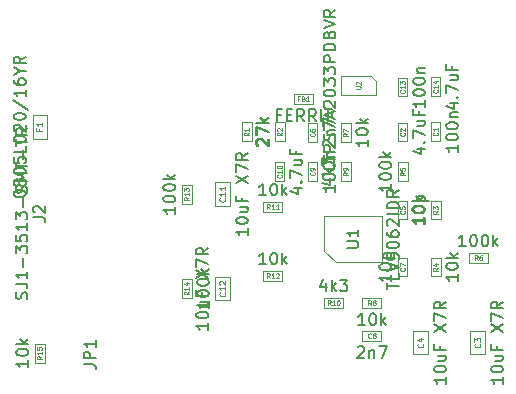
<source format=gbr>
G04 #@! TF.GenerationSoftware,KiCad,Pcbnew,8.0.4*
G04 #@! TF.CreationDate,2024-08-01T22:41:18+02:00*
G04 #@! TF.ProjectId,Headless TEF Audio board,48656164-6c65-4737-9320-544546204175,1*
G04 #@! TF.SameCoordinates,Original*
G04 #@! TF.FileFunction,AssemblyDrawing,Top*
%FSLAX46Y46*%
G04 Gerber Fmt 4.6, Leading zero omitted, Abs format (unit mm)*
G04 Created by KiCad (PCBNEW 8.0.4) date 2024-08-01 22:41:18*
%MOMM*%
%LPD*%
G01*
G04 APERTURE LIST*
%ADD10C,0.150000*%
%ADD11C,0.060000*%
%ADD12C,0.080000*%
%ADD13C,0.100000*%
G04 APERTURE END LIST*
D10*
X171196819Y-94891857D02*
X171196819Y-95463285D01*
X171196819Y-95177571D02*
X170196819Y-95177571D01*
X170196819Y-95177571D02*
X170339676Y-95272809D01*
X170339676Y-95272809D02*
X170434914Y-95368047D01*
X170434914Y-95368047D02*
X170482533Y-95463285D01*
X170196819Y-94272809D02*
X170196819Y-94177571D01*
X170196819Y-94177571D02*
X170244438Y-94082333D01*
X170244438Y-94082333D02*
X170292057Y-94034714D01*
X170292057Y-94034714D02*
X170387295Y-93987095D01*
X170387295Y-93987095D02*
X170577771Y-93939476D01*
X170577771Y-93939476D02*
X170815866Y-93939476D01*
X170815866Y-93939476D02*
X171006342Y-93987095D01*
X171006342Y-93987095D02*
X171101580Y-94034714D01*
X171101580Y-94034714D02*
X171149200Y-94082333D01*
X171149200Y-94082333D02*
X171196819Y-94177571D01*
X171196819Y-94177571D02*
X171196819Y-94272809D01*
X171196819Y-94272809D02*
X171149200Y-94368047D01*
X171149200Y-94368047D02*
X171101580Y-94415666D01*
X171101580Y-94415666D02*
X171006342Y-94463285D01*
X171006342Y-94463285D02*
X170815866Y-94510904D01*
X170815866Y-94510904D02*
X170577771Y-94510904D01*
X170577771Y-94510904D02*
X170387295Y-94463285D01*
X170387295Y-94463285D02*
X170292057Y-94415666D01*
X170292057Y-94415666D02*
X170244438Y-94368047D01*
X170244438Y-94368047D02*
X170196819Y-94272809D01*
X170530152Y-93510904D02*
X171530152Y-93510904D01*
X170577771Y-93510904D02*
X170530152Y-93415666D01*
X170530152Y-93415666D02*
X170530152Y-93225190D01*
X170530152Y-93225190D02*
X170577771Y-93129952D01*
X170577771Y-93129952D02*
X170625390Y-93082333D01*
X170625390Y-93082333D02*
X170720628Y-93034714D01*
X170720628Y-93034714D02*
X171006342Y-93034714D01*
X171006342Y-93034714D02*
X171101580Y-93082333D01*
X171101580Y-93082333D02*
X171149200Y-93129952D01*
X171149200Y-93129952D02*
X171196819Y-93225190D01*
X171196819Y-93225190D02*
X171196819Y-93415666D01*
X171196819Y-93415666D02*
X171149200Y-93510904D01*
D11*
X169455832Y-94315666D02*
X169474880Y-94334714D01*
X169474880Y-94334714D02*
X169493927Y-94391856D01*
X169493927Y-94391856D02*
X169493927Y-94429952D01*
X169493927Y-94429952D02*
X169474880Y-94487095D01*
X169474880Y-94487095D02*
X169436784Y-94525190D01*
X169436784Y-94525190D02*
X169398689Y-94544237D01*
X169398689Y-94544237D02*
X169322499Y-94563285D01*
X169322499Y-94563285D02*
X169265356Y-94563285D01*
X169265356Y-94563285D02*
X169189165Y-94544237D01*
X169189165Y-94544237D02*
X169151070Y-94525190D01*
X169151070Y-94525190D02*
X169112975Y-94487095D01*
X169112975Y-94487095D02*
X169093927Y-94429952D01*
X169093927Y-94429952D02*
X169093927Y-94391856D01*
X169093927Y-94391856D02*
X169112975Y-94334714D01*
X169112975Y-94334714D02*
X169132022Y-94315666D01*
X169093927Y-93953761D02*
X169093927Y-94144237D01*
X169093927Y-94144237D02*
X169284403Y-94163285D01*
X169284403Y-94163285D02*
X169265356Y-94144237D01*
X169265356Y-94144237D02*
X169246308Y-94106142D01*
X169246308Y-94106142D02*
X169246308Y-94010904D01*
X169246308Y-94010904D02*
X169265356Y-93972809D01*
X169265356Y-93972809D02*
X169284403Y-93953761D01*
X169284403Y-93953761D02*
X169322499Y-93934714D01*
X169322499Y-93934714D02*
X169417737Y-93934714D01*
X169417737Y-93934714D02*
X169455832Y-93953761D01*
X169455832Y-93953761D02*
X169474880Y-93972809D01*
X169474880Y-93972809D02*
X169493927Y-94010904D01*
X169493927Y-94010904D02*
X169493927Y-94106142D01*
X169493927Y-94106142D02*
X169474880Y-94144237D01*
X169474880Y-94144237D02*
X169455832Y-94163285D01*
D10*
X171196819Y-84954047D02*
X171196819Y-85525475D01*
X171196819Y-85239761D02*
X170196819Y-85239761D01*
X170196819Y-85239761D02*
X170339676Y-85334999D01*
X170339676Y-85334999D02*
X170434914Y-85430237D01*
X170434914Y-85430237D02*
X170482533Y-85525475D01*
X170196819Y-84334999D02*
X170196819Y-84239761D01*
X170196819Y-84239761D02*
X170244438Y-84144523D01*
X170244438Y-84144523D02*
X170292057Y-84096904D01*
X170292057Y-84096904D02*
X170387295Y-84049285D01*
X170387295Y-84049285D02*
X170577771Y-84001666D01*
X170577771Y-84001666D02*
X170815866Y-84001666D01*
X170815866Y-84001666D02*
X171006342Y-84049285D01*
X171006342Y-84049285D02*
X171101580Y-84096904D01*
X171101580Y-84096904D02*
X171149200Y-84144523D01*
X171149200Y-84144523D02*
X171196819Y-84239761D01*
X171196819Y-84239761D02*
X171196819Y-84334999D01*
X171196819Y-84334999D02*
X171149200Y-84430237D01*
X171149200Y-84430237D02*
X171101580Y-84477856D01*
X171101580Y-84477856D02*
X171006342Y-84525475D01*
X171006342Y-84525475D02*
X170815866Y-84573094D01*
X170815866Y-84573094D02*
X170577771Y-84573094D01*
X170577771Y-84573094D02*
X170387295Y-84525475D01*
X170387295Y-84525475D02*
X170292057Y-84477856D01*
X170292057Y-84477856D02*
X170244438Y-84430237D01*
X170244438Y-84430237D02*
X170196819Y-84334999D01*
X170196819Y-83382618D02*
X170196819Y-83287380D01*
X170196819Y-83287380D02*
X170244438Y-83192142D01*
X170244438Y-83192142D02*
X170292057Y-83144523D01*
X170292057Y-83144523D02*
X170387295Y-83096904D01*
X170387295Y-83096904D02*
X170577771Y-83049285D01*
X170577771Y-83049285D02*
X170815866Y-83049285D01*
X170815866Y-83049285D02*
X171006342Y-83096904D01*
X171006342Y-83096904D02*
X171101580Y-83144523D01*
X171101580Y-83144523D02*
X171149200Y-83192142D01*
X171149200Y-83192142D02*
X171196819Y-83287380D01*
X171196819Y-83287380D02*
X171196819Y-83382618D01*
X171196819Y-83382618D02*
X171149200Y-83477856D01*
X171149200Y-83477856D02*
X171101580Y-83525475D01*
X171101580Y-83525475D02*
X171006342Y-83573094D01*
X171006342Y-83573094D02*
X170815866Y-83620713D01*
X170815866Y-83620713D02*
X170577771Y-83620713D01*
X170577771Y-83620713D02*
X170387295Y-83573094D01*
X170387295Y-83573094D02*
X170292057Y-83525475D01*
X170292057Y-83525475D02*
X170244438Y-83477856D01*
X170244438Y-83477856D02*
X170196819Y-83382618D01*
X170530152Y-82620713D02*
X171196819Y-82620713D01*
X170625390Y-82620713D02*
X170577771Y-82573094D01*
X170577771Y-82573094D02*
X170530152Y-82477856D01*
X170530152Y-82477856D02*
X170530152Y-82334999D01*
X170530152Y-82334999D02*
X170577771Y-82239761D01*
X170577771Y-82239761D02*
X170673009Y-82192142D01*
X170673009Y-82192142D02*
X171196819Y-82192142D01*
D11*
X169455832Y-84092142D02*
X169474880Y-84111190D01*
X169474880Y-84111190D02*
X169493927Y-84168332D01*
X169493927Y-84168332D02*
X169493927Y-84206428D01*
X169493927Y-84206428D02*
X169474880Y-84263571D01*
X169474880Y-84263571D02*
X169436784Y-84301666D01*
X169436784Y-84301666D02*
X169398689Y-84320713D01*
X169398689Y-84320713D02*
X169322499Y-84339761D01*
X169322499Y-84339761D02*
X169265356Y-84339761D01*
X169265356Y-84339761D02*
X169189165Y-84320713D01*
X169189165Y-84320713D02*
X169151070Y-84301666D01*
X169151070Y-84301666D02*
X169112975Y-84263571D01*
X169112975Y-84263571D02*
X169093927Y-84206428D01*
X169093927Y-84206428D02*
X169093927Y-84168332D01*
X169093927Y-84168332D02*
X169112975Y-84111190D01*
X169112975Y-84111190D02*
X169132022Y-84092142D01*
X169493927Y-83711190D02*
X169493927Y-83939761D01*
X169493927Y-83825475D02*
X169093927Y-83825475D01*
X169093927Y-83825475D02*
X169151070Y-83863571D01*
X169151070Y-83863571D02*
X169189165Y-83901666D01*
X169189165Y-83901666D02*
X169208213Y-83939761D01*
X169093927Y-83577857D02*
X169093927Y-83330238D01*
X169093927Y-83330238D02*
X169246308Y-83463571D01*
X169246308Y-83463571D02*
X169246308Y-83406428D01*
X169246308Y-83406428D02*
X169265356Y-83368333D01*
X169265356Y-83368333D02*
X169284403Y-83349285D01*
X169284403Y-83349285D02*
X169322499Y-83330238D01*
X169322499Y-83330238D02*
X169417737Y-83330238D01*
X169417737Y-83330238D02*
X169455832Y-83349285D01*
X169455832Y-83349285D02*
X169474880Y-83368333D01*
X169474880Y-83368333D02*
X169493927Y-83406428D01*
X169493927Y-83406428D02*
X169493927Y-83520714D01*
X169493927Y-83520714D02*
X169474880Y-83558809D01*
X169474880Y-83558809D02*
X169455832Y-83577857D01*
D10*
X160116152Y-92401761D02*
X160782819Y-92401761D01*
X159735200Y-92639856D02*
X160449485Y-92877951D01*
X160449485Y-92877951D02*
X160449485Y-92258904D01*
X160687580Y-91877951D02*
X160735200Y-91830332D01*
X160735200Y-91830332D02*
X160782819Y-91877951D01*
X160782819Y-91877951D02*
X160735200Y-91925570D01*
X160735200Y-91925570D02*
X160687580Y-91877951D01*
X160687580Y-91877951D02*
X160782819Y-91877951D01*
X159782819Y-91496999D02*
X159782819Y-90830333D01*
X159782819Y-90830333D02*
X160782819Y-91258904D01*
X160116152Y-90020809D02*
X160782819Y-90020809D01*
X160116152Y-90449380D02*
X160639961Y-90449380D01*
X160639961Y-90449380D02*
X160735200Y-90401761D01*
X160735200Y-90401761D02*
X160782819Y-90306523D01*
X160782819Y-90306523D02*
X160782819Y-90163666D01*
X160782819Y-90163666D02*
X160735200Y-90068428D01*
X160735200Y-90068428D02*
X160687580Y-90020809D01*
X160259009Y-89211285D02*
X160259009Y-89544618D01*
X160782819Y-89544618D02*
X159782819Y-89544618D01*
X159782819Y-89544618D02*
X159782819Y-89068428D01*
D11*
X159041832Y-91254142D02*
X159060880Y-91273190D01*
X159060880Y-91273190D02*
X159079927Y-91330332D01*
X159079927Y-91330332D02*
X159079927Y-91368428D01*
X159079927Y-91368428D02*
X159060880Y-91425571D01*
X159060880Y-91425571D02*
X159022784Y-91463666D01*
X159022784Y-91463666D02*
X158984689Y-91482713D01*
X158984689Y-91482713D02*
X158908499Y-91501761D01*
X158908499Y-91501761D02*
X158851356Y-91501761D01*
X158851356Y-91501761D02*
X158775165Y-91482713D01*
X158775165Y-91482713D02*
X158737070Y-91463666D01*
X158737070Y-91463666D02*
X158698975Y-91425571D01*
X158698975Y-91425571D02*
X158679927Y-91368428D01*
X158679927Y-91368428D02*
X158679927Y-91330332D01*
X158679927Y-91330332D02*
X158698975Y-91273190D01*
X158698975Y-91273190D02*
X158718022Y-91254142D01*
X159079927Y-90873190D02*
X159079927Y-91101761D01*
X159079927Y-90987475D02*
X158679927Y-90987475D01*
X158679927Y-90987475D02*
X158737070Y-91025571D01*
X158737070Y-91025571D02*
X158775165Y-91063666D01*
X158775165Y-91063666D02*
X158794213Y-91101761D01*
X158679927Y-90625571D02*
X158679927Y-90587476D01*
X158679927Y-90587476D02*
X158698975Y-90549380D01*
X158698975Y-90549380D02*
X158718022Y-90530333D01*
X158718022Y-90530333D02*
X158756118Y-90511285D01*
X158756118Y-90511285D02*
X158832308Y-90492238D01*
X158832308Y-90492238D02*
X158927546Y-90492238D01*
X158927546Y-90492238D02*
X159003737Y-90511285D01*
X159003737Y-90511285D02*
X159041832Y-90530333D01*
X159041832Y-90530333D02*
X159060880Y-90549380D01*
X159060880Y-90549380D02*
X159079927Y-90587476D01*
X159079927Y-90587476D02*
X159079927Y-90625571D01*
X159079927Y-90625571D02*
X159060880Y-90663666D01*
X159060880Y-90663666D02*
X159041832Y-90682714D01*
X159041832Y-90682714D02*
X159003737Y-90701761D01*
X159003737Y-90701761D02*
X158927546Y-90720809D01*
X158927546Y-90720809D02*
X158832308Y-90720809D01*
X158832308Y-90720809D02*
X158756118Y-90701761D01*
X158756118Y-90701761D02*
X158718022Y-90682714D01*
X158718022Y-90682714D02*
X158698975Y-90663666D01*
X158698975Y-90663666D02*
X158679927Y-90625571D01*
D10*
X173324152Y-85213761D02*
X173990819Y-85213761D01*
X172943200Y-85451856D02*
X173657485Y-85689951D01*
X173657485Y-85689951D02*
X173657485Y-85070904D01*
X173895580Y-84689951D02*
X173943200Y-84642332D01*
X173943200Y-84642332D02*
X173990819Y-84689951D01*
X173990819Y-84689951D02*
X173943200Y-84737570D01*
X173943200Y-84737570D02*
X173895580Y-84689951D01*
X173895580Y-84689951D02*
X173990819Y-84689951D01*
X172990819Y-84308999D02*
X172990819Y-83642333D01*
X172990819Y-83642333D02*
X173990819Y-84070904D01*
X173324152Y-82832809D02*
X173990819Y-82832809D01*
X173324152Y-83261380D02*
X173847961Y-83261380D01*
X173847961Y-83261380D02*
X173943200Y-83213761D01*
X173943200Y-83213761D02*
X173990819Y-83118523D01*
X173990819Y-83118523D02*
X173990819Y-82975666D01*
X173990819Y-82975666D02*
X173943200Y-82880428D01*
X173943200Y-82880428D02*
X173895580Y-82832809D01*
X173467009Y-82023285D02*
X173467009Y-82356618D01*
X173990819Y-82356618D02*
X172990819Y-82356618D01*
X172990819Y-82356618D02*
X172990819Y-81880428D01*
D11*
X172249832Y-84066142D02*
X172268880Y-84085190D01*
X172268880Y-84085190D02*
X172287927Y-84142332D01*
X172287927Y-84142332D02*
X172287927Y-84180428D01*
X172287927Y-84180428D02*
X172268880Y-84237571D01*
X172268880Y-84237571D02*
X172230784Y-84275666D01*
X172230784Y-84275666D02*
X172192689Y-84294713D01*
X172192689Y-84294713D02*
X172116499Y-84313761D01*
X172116499Y-84313761D02*
X172059356Y-84313761D01*
X172059356Y-84313761D02*
X171983165Y-84294713D01*
X171983165Y-84294713D02*
X171945070Y-84275666D01*
X171945070Y-84275666D02*
X171906975Y-84237571D01*
X171906975Y-84237571D02*
X171887927Y-84180428D01*
X171887927Y-84180428D02*
X171887927Y-84142332D01*
X171887927Y-84142332D02*
X171906975Y-84085190D01*
X171906975Y-84085190D02*
X171926022Y-84066142D01*
X172287927Y-83685190D02*
X172287927Y-83913761D01*
X172287927Y-83799475D02*
X171887927Y-83799475D01*
X171887927Y-83799475D02*
X171945070Y-83837571D01*
X171945070Y-83837571D02*
X171983165Y-83875666D01*
X171983165Y-83875666D02*
X172002213Y-83913761D01*
X172021260Y-83342333D02*
X172287927Y-83342333D01*
X171868880Y-83437571D02*
X172154594Y-83532809D01*
X172154594Y-83532809D02*
X172154594Y-83285190D01*
D10*
X162622819Y-90200499D02*
X162622819Y-89629071D01*
X163622819Y-89914785D02*
X162622819Y-89914785D01*
X163622819Y-89295737D02*
X162622819Y-89295737D01*
X162622819Y-89295737D02*
X162622819Y-88914785D01*
X162622819Y-88914785D02*
X162670438Y-88819547D01*
X162670438Y-88819547D02*
X162718057Y-88771928D01*
X162718057Y-88771928D02*
X162813295Y-88724309D01*
X162813295Y-88724309D02*
X162956152Y-88724309D01*
X162956152Y-88724309D02*
X163051390Y-88771928D01*
X163051390Y-88771928D02*
X163099009Y-88819547D01*
X163099009Y-88819547D02*
X163146628Y-88914785D01*
X163146628Y-88914785D02*
X163146628Y-89295737D01*
X163575200Y-88343356D02*
X163622819Y-88200499D01*
X163622819Y-88200499D02*
X163622819Y-87962404D01*
X163622819Y-87962404D02*
X163575200Y-87867166D01*
X163575200Y-87867166D02*
X163527580Y-87819547D01*
X163527580Y-87819547D02*
X163432342Y-87771928D01*
X163432342Y-87771928D02*
X163337104Y-87771928D01*
X163337104Y-87771928D02*
X163241866Y-87819547D01*
X163241866Y-87819547D02*
X163194247Y-87867166D01*
X163194247Y-87867166D02*
X163146628Y-87962404D01*
X163146628Y-87962404D02*
X163099009Y-88152880D01*
X163099009Y-88152880D02*
X163051390Y-88248118D01*
X163051390Y-88248118D02*
X163003771Y-88295737D01*
X163003771Y-88295737D02*
X162908533Y-88343356D01*
X162908533Y-88343356D02*
X162813295Y-88343356D01*
X162813295Y-88343356D02*
X162718057Y-88295737D01*
X162718057Y-88295737D02*
X162670438Y-88248118D01*
X162670438Y-88248118D02*
X162622819Y-88152880D01*
X162622819Y-88152880D02*
X162622819Y-87914785D01*
X162622819Y-87914785D02*
X162670438Y-87771928D01*
X162622819Y-87438594D02*
X162622819Y-86771928D01*
X162622819Y-86771928D02*
X163622819Y-87200499D01*
X163337104Y-86438594D02*
X163337104Y-85962404D01*
X163622819Y-86533832D02*
X162622819Y-86200499D01*
X162622819Y-86200499D02*
X163622819Y-85867166D01*
X162718057Y-85581451D02*
X162670438Y-85533832D01*
X162670438Y-85533832D02*
X162622819Y-85438594D01*
X162622819Y-85438594D02*
X162622819Y-85200499D01*
X162622819Y-85200499D02*
X162670438Y-85105261D01*
X162670438Y-85105261D02*
X162718057Y-85057642D01*
X162718057Y-85057642D02*
X162813295Y-85010023D01*
X162813295Y-85010023D02*
X162908533Y-85010023D01*
X162908533Y-85010023D02*
X163051390Y-85057642D01*
X163051390Y-85057642D02*
X163622819Y-85629070D01*
X163622819Y-85629070D02*
X163622819Y-85010023D01*
X162622819Y-84390975D02*
X162622819Y-84295737D01*
X162622819Y-84295737D02*
X162670438Y-84200499D01*
X162670438Y-84200499D02*
X162718057Y-84152880D01*
X162718057Y-84152880D02*
X162813295Y-84105261D01*
X162813295Y-84105261D02*
X163003771Y-84057642D01*
X163003771Y-84057642D02*
X163241866Y-84057642D01*
X163241866Y-84057642D02*
X163432342Y-84105261D01*
X163432342Y-84105261D02*
X163527580Y-84152880D01*
X163527580Y-84152880D02*
X163575200Y-84200499D01*
X163575200Y-84200499D02*
X163622819Y-84295737D01*
X163622819Y-84295737D02*
X163622819Y-84390975D01*
X163622819Y-84390975D02*
X163575200Y-84486213D01*
X163575200Y-84486213D02*
X163527580Y-84533832D01*
X163527580Y-84533832D02*
X163432342Y-84581451D01*
X163432342Y-84581451D02*
X163241866Y-84629070D01*
X163241866Y-84629070D02*
X163003771Y-84629070D01*
X163003771Y-84629070D02*
X162813295Y-84581451D01*
X162813295Y-84581451D02*
X162718057Y-84533832D01*
X162718057Y-84533832D02*
X162670438Y-84486213D01*
X162670438Y-84486213D02*
X162622819Y-84390975D01*
X162622819Y-83724308D02*
X162622819Y-83105261D01*
X162622819Y-83105261D02*
X163003771Y-83438594D01*
X163003771Y-83438594D02*
X163003771Y-83295737D01*
X163003771Y-83295737D02*
X163051390Y-83200499D01*
X163051390Y-83200499D02*
X163099009Y-83152880D01*
X163099009Y-83152880D02*
X163194247Y-83105261D01*
X163194247Y-83105261D02*
X163432342Y-83105261D01*
X163432342Y-83105261D02*
X163527580Y-83152880D01*
X163527580Y-83152880D02*
X163575200Y-83200499D01*
X163575200Y-83200499D02*
X163622819Y-83295737D01*
X163622819Y-83295737D02*
X163622819Y-83581451D01*
X163622819Y-83581451D02*
X163575200Y-83676689D01*
X163575200Y-83676689D02*
X163527580Y-83724308D01*
X162622819Y-82771927D02*
X162622819Y-82152880D01*
X162622819Y-82152880D02*
X163003771Y-82486213D01*
X163003771Y-82486213D02*
X163003771Y-82343356D01*
X163003771Y-82343356D02*
X163051390Y-82248118D01*
X163051390Y-82248118D02*
X163099009Y-82200499D01*
X163099009Y-82200499D02*
X163194247Y-82152880D01*
X163194247Y-82152880D02*
X163432342Y-82152880D01*
X163432342Y-82152880D02*
X163527580Y-82200499D01*
X163527580Y-82200499D02*
X163575200Y-82248118D01*
X163575200Y-82248118D02*
X163622819Y-82343356D01*
X163622819Y-82343356D02*
X163622819Y-82629070D01*
X163622819Y-82629070D02*
X163575200Y-82724308D01*
X163575200Y-82724308D02*
X163527580Y-82771927D01*
X163622819Y-81724308D02*
X162622819Y-81724308D01*
X162622819Y-81724308D02*
X162622819Y-81343356D01*
X162622819Y-81343356D02*
X162670438Y-81248118D01*
X162670438Y-81248118D02*
X162718057Y-81200499D01*
X162718057Y-81200499D02*
X162813295Y-81152880D01*
X162813295Y-81152880D02*
X162956152Y-81152880D01*
X162956152Y-81152880D02*
X163051390Y-81200499D01*
X163051390Y-81200499D02*
X163099009Y-81248118D01*
X163099009Y-81248118D02*
X163146628Y-81343356D01*
X163146628Y-81343356D02*
X163146628Y-81724308D01*
X163622819Y-80724308D02*
X162622819Y-80724308D01*
X162622819Y-80724308D02*
X162622819Y-80486213D01*
X162622819Y-80486213D02*
X162670438Y-80343356D01*
X162670438Y-80343356D02*
X162765676Y-80248118D01*
X162765676Y-80248118D02*
X162860914Y-80200499D01*
X162860914Y-80200499D02*
X163051390Y-80152880D01*
X163051390Y-80152880D02*
X163194247Y-80152880D01*
X163194247Y-80152880D02*
X163384723Y-80200499D01*
X163384723Y-80200499D02*
X163479961Y-80248118D01*
X163479961Y-80248118D02*
X163575200Y-80343356D01*
X163575200Y-80343356D02*
X163622819Y-80486213D01*
X163622819Y-80486213D02*
X163622819Y-80724308D01*
X163099009Y-79390975D02*
X163146628Y-79248118D01*
X163146628Y-79248118D02*
X163194247Y-79200499D01*
X163194247Y-79200499D02*
X163289485Y-79152880D01*
X163289485Y-79152880D02*
X163432342Y-79152880D01*
X163432342Y-79152880D02*
X163527580Y-79200499D01*
X163527580Y-79200499D02*
X163575200Y-79248118D01*
X163575200Y-79248118D02*
X163622819Y-79343356D01*
X163622819Y-79343356D02*
X163622819Y-79724308D01*
X163622819Y-79724308D02*
X162622819Y-79724308D01*
X162622819Y-79724308D02*
X162622819Y-79390975D01*
X162622819Y-79390975D02*
X162670438Y-79295737D01*
X162670438Y-79295737D02*
X162718057Y-79248118D01*
X162718057Y-79248118D02*
X162813295Y-79200499D01*
X162813295Y-79200499D02*
X162908533Y-79200499D01*
X162908533Y-79200499D02*
X163003771Y-79248118D01*
X163003771Y-79248118D02*
X163051390Y-79295737D01*
X163051390Y-79295737D02*
X163099009Y-79390975D01*
X163099009Y-79390975D02*
X163099009Y-79724308D01*
X162622819Y-78867165D02*
X163622819Y-78533832D01*
X163622819Y-78533832D02*
X162622819Y-78200499D01*
X163622819Y-77295737D02*
X163146628Y-77629070D01*
X163622819Y-77867165D02*
X162622819Y-77867165D01*
X162622819Y-77867165D02*
X162622819Y-77486213D01*
X162622819Y-77486213D02*
X162670438Y-77390975D01*
X162670438Y-77390975D02*
X162718057Y-77343356D01*
X162718057Y-77343356D02*
X162813295Y-77295737D01*
X162813295Y-77295737D02*
X162956152Y-77295737D01*
X162956152Y-77295737D02*
X163051390Y-77343356D01*
X163051390Y-77343356D02*
X163099009Y-77390975D01*
X163099009Y-77390975D02*
X163146628Y-77486213D01*
X163146628Y-77486213D02*
X163146628Y-77867165D01*
D11*
X165349927Y-84005261D02*
X165673737Y-84005261D01*
X165673737Y-84005261D02*
X165711832Y-83986214D01*
X165711832Y-83986214D02*
X165730880Y-83967166D01*
X165730880Y-83967166D02*
X165749927Y-83929071D01*
X165749927Y-83929071D02*
X165749927Y-83852880D01*
X165749927Y-83852880D02*
X165730880Y-83814785D01*
X165730880Y-83814785D02*
X165711832Y-83795738D01*
X165711832Y-83795738D02*
X165673737Y-83776690D01*
X165673737Y-83776690D02*
X165349927Y-83776690D01*
X165388022Y-83605261D02*
X165368975Y-83586213D01*
X165368975Y-83586213D02*
X165349927Y-83548118D01*
X165349927Y-83548118D02*
X165349927Y-83452880D01*
X165349927Y-83452880D02*
X165368975Y-83414785D01*
X165368975Y-83414785D02*
X165388022Y-83395737D01*
X165388022Y-83395737D02*
X165426118Y-83376690D01*
X165426118Y-83376690D02*
X165464213Y-83376690D01*
X165464213Y-83376690D02*
X165521356Y-83395737D01*
X165521356Y-83395737D02*
X165749927Y-83624309D01*
X165749927Y-83624309D02*
X165749927Y-83376690D01*
D10*
X162672057Y-88909285D02*
X162624438Y-88861666D01*
X162624438Y-88861666D02*
X162576819Y-88766428D01*
X162576819Y-88766428D02*
X162576819Y-88528333D01*
X162576819Y-88528333D02*
X162624438Y-88433095D01*
X162624438Y-88433095D02*
X162672057Y-88385476D01*
X162672057Y-88385476D02*
X162767295Y-88337857D01*
X162767295Y-88337857D02*
X162862533Y-88337857D01*
X162862533Y-88337857D02*
X163005390Y-88385476D01*
X163005390Y-88385476D02*
X163576819Y-88956904D01*
X163576819Y-88956904D02*
X163576819Y-88337857D01*
X162910152Y-87909285D02*
X163576819Y-87909285D01*
X163005390Y-87909285D02*
X162957771Y-87861666D01*
X162957771Y-87861666D02*
X162910152Y-87766428D01*
X162910152Y-87766428D02*
X162910152Y-87623571D01*
X162910152Y-87623571D02*
X162957771Y-87528333D01*
X162957771Y-87528333D02*
X163053009Y-87480714D01*
X163053009Y-87480714D02*
X163576819Y-87480714D01*
X162576819Y-87099761D02*
X162576819Y-86433095D01*
X162576819Y-86433095D02*
X163576819Y-86861666D01*
D11*
X161835832Y-87761666D02*
X161854880Y-87780714D01*
X161854880Y-87780714D02*
X161873927Y-87837856D01*
X161873927Y-87837856D02*
X161873927Y-87875952D01*
X161873927Y-87875952D02*
X161854880Y-87933095D01*
X161854880Y-87933095D02*
X161816784Y-87971190D01*
X161816784Y-87971190D02*
X161778689Y-87990237D01*
X161778689Y-87990237D02*
X161702499Y-88009285D01*
X161702499Y-88009285D02*
X161645356Y-88009285D01*
X161645356Y-88009285D02*
X161569165Y-87990237D01*
X161569165Y-87990237D02*
X161531070Y-87971190D01*
X161531070Y-87971190D02*
X161492975Y-87933095D01*
X161492975Y-87933095D02*
X161473927Y-87875952D01*
X161473927Y-87875952D02*
X161473927Y-87837856D01*
X161473927Y-87837856D02*
X161492975Y-87780714D01*
X161492975Y-87780714D02*
X161512022Y-87761666D01*
X161473927Y-87418809D02*
X161473927Y-87494999D01*
X161473927Y-87494999D02*
X161492975Y-87533095D01*
X161492975Y-87533095D02*
X161512022Y-87552142D01*
X161512022Y-87552142D02*
X161569165Y-87590237D01*
X161569165Y-87590237D02*
X161645356Y-87609285D01*
X161645356Y-87609285D02*
X161797737Y-87609285D01*
X161797737Y-87609285D02*
X161835832Y-87590237D01*
X161835832Y-87590237D02*
X161854880Y-87571190D01*
X161854880Y-87571190D02*
X161873927Y-87533095D01*
X161873927Y-87533095D02*
X161873927Y-87456904D01*
X161873927Y-87456904D02*
X161854880Y-87418809D01*
X161854880Y-87418809D02*
X161835832Y-87399761D01*
X161835832Y-87399761D02*
X161797737Y-87380714D01*
X161797737Y-87380714D02*
X161702499Y-87380714D01*
X161702499Y-87380714D02*
X161664403Y-87399761D01*
X161664403Y-87399761D02*
X161645356Y-87418809D01*
X161645356Y-87418809D02*
X161626308Y-87456904D01*
X161626308Y-87456904D02*
X161626308Y-87533095D01*
X161626308Y-87533095D02*
X161645356Y-87571190D01*
X161645356Y-87571190D02*
X161664403Y-87590237D01*
X161664403Y-87590237D02*
X161702499Y-87609285D01*
D10*
X142318819Y-107291333D02*
X143033104Y-107291333D01*
X143033104Y-107291333D02*
X143175961Y-107338952D01*
X143175961Y-107338952D02*
X143271200Y-107434190D01*
X143271200Y-107434190D02*
X143318819Y-107577047D01*
X143318819Y-107577047D02*
X143318819Y-107672285D01*
X143318819Y-106815142D02*
X142318819Y-106815142D01*
X142318819Y-106815142D02*
X142318819Y-106434190D01*
X142318819Y-106434190D02*
X142366438Y-106338952D01*
X142366438Y-106338952D02*
X142414057Y-106291333D01*
X142414057Y-106291333D02*
X142509295Y-106243714D01*
X142509295Y-106243714D02*
X142652152Y-106243714D01*
X142652152Y-106243714D02*
X142747390Y-106291333D01*
X142747390Y-106291333D02*
X142795009Y-106338952D01*
X142795009Y-106338952D02*
X142842628Y-106434190D01*
X142842628Y-106434190D02*
X142842628Y-106815142D01*
X143318819Y-105291333D02*
X143318819Y-105862761D01*
X143318819Y-105577047D02*
X142318819Y-105577047D01*
X142318819Y-105577047D02*
X142461676Y-105672285D01*
X142461676Y-105672285D02*
X142556914Y-105767523D01*
X142556914Y-105767523D02*
X142604533Y-105862761D01*
X168336819Y-92068428D02*
X168336819Y-92639856D01*
X168336819Y-92354142D02*
X167336819Y-92354142D01*
X167336819Y-92354142D02*
X167479676Y-92449380D01*
X167479676Y-92449380D02*
X167574914Y-92544618D01*
X167574914Y-92544618D02*
X167622533Y-92639856D01*
X167336819Y-91449380D02*
X167336819Y-91354142D01*
X167336819Y-91354142D02*
X167384438Y-91258904D01*
X167384438Y-91258904D02*
X167432057Y-91211285D01*
X167432057Y-91211285D02*
X167527295Y-91163666D01*
X167527295Y-91163666D02*
X167717771Y-91116047D01*
X167717771Y-91116047D02*
X167955866Y-91116047D01*
X167955866Y-91116047D02*
X168146342Y-91163666D01*
X168146342Y-91163666D02*
X168241580Y-91211285D01*
X168241580Y-91211285D02*
X168289200Y-91258904D01*
X168289200Y-91258904D02*
X168336819Y-91354142D01*
X168336819Y-91354142D02*
X168336819Y-91449380D01*
X168336819Y-91449380D02*
X168289200Y-91544618D01*
X168289200Y-91544618D02*
X168241580Y-91592237D01*
X168241580Y-91592237D02*
X168146342Y-91639856D01*
X168146342Y-91639856D02*
X167955866Y-91687475D01*
X167955866Y-91687475D02*
X167717771Y-91687475D01*
X167717771Y-91687475D02*
X167527295Y-91639856D01*
X167527295Y-91639856D02*
X167432057Y-91592237D01*
X167432057Y-91592237D02*
X167384438Y-91544618D01*
X167384438Y-91544618D02*
X167336819Y-91449380D01*
X167336819Y-90496999D02*
X167336819Y-90401761D01*
X167336819Y-90401761D02*
X167384438Y-90306523D01*
X167384438Y-90306523D02*
X167432057Y-90258904D01*
X167432057Y-90258904D02*
X167527295Y-90211285D01*
X167527295Y-90211285D02*
X167717771Y-90163666D01*
X167717771Y-90163666D02*
X167955866Y-90163666D01*
X167955866Y-90163666D02*
X168146342Y-90211285D01*
X168146342Y-90211285D02*
X168241580Y-90258904D01*
X168241580Y-90258904D02*
X168289200Y-90306523D01*
X168289200Y-90306523D02*
X168336819Y-90401761D01*
X168336819Y-90401761D02*
X168336819Y-90496999D01*
X168336819Y-90496999D02*
X168289200Y-90592237D01*
X168289200Y-90592237D02*
X168241580Y-90639856D01*
X168241580Y-90639856D02*
X168146342Y-90687475D01*
X168146342Y-90687475D02*
X167955866Y-90735094D01*
X167955866Y-90735094D02*
X167717771Y-90735094D01*
X167717771Y-90735094D02*
X167527295Y-90687475D01*
X167527295Y-90687475D02*
X167432057Y-90639856D01*
X167432057Y-90639856D02*
X167384438Y-90592237D01*
X167384438Y-90592237D02*
X167336819Y-90496999D01*
X168336819Y-89735094D02*
X167336819Y-89735094D01*
X167955866Y-89639856D02*
X168336819Y-89354142D01*
X167670152Y-89354142D02*
X168051104Y-89735094D01*
D11*
X169493927Y-91063666D02*
X169303451Y-91196999D01*
X169493927Y-91292237D02*
X169093927Y-91292237D01*
X169093927Y-91292237D02*
X169093927Y-91139856D01*
X169093927Y-91139856D02*
X169112975Y-91101761D01*
X169112975Y-91101761D02*
X169132022Y-91082714D01*
X169132022Y-91082714D02*
X169170118Y-91063666D01*
X169170118Y-91063666D02*
X169227260Y-91063666D01*
X169227260Y-91063666D02*
X169265356Y-91082714D01*
X169265356Y-91082714D02*
X169284403Y-91101761D01*
X169284403Y-91101761D02*
X169303451Y-91139856D01*
X169303451Y-91139856D02*
X169303451Y-91292237D01*
X169093927Y-90701761D02*
X169093927Y-90892237D01*
X169093927Y-90892237D02*
X169284403Y-90911285D01*
X169284403Y-90911285D02*
X169265356Y-90892237D01*
X169265356Y-90892237D02*
X169246308Y-90854142D01*
X169246308Y-90854142D02*
X169246308Y-90758904D01*
X169246308Y-90758904D02*
X169265356Y-90720809D01*
X169265356Y-90720809D02*
X169284403Y-90701761D01*
X169284403Y-90701761D02*
X169322499Y-90682714D01*
X169322499Y-90682714D02*
X169417737Y-90682714D01*
X169417737Y-90682714D02*
X169455832Y-90701761D01*
X169455832Y-90701761D02*
X169474880Y-90720809D01*
X169474880Y-90720809D02*
X169493927Y-90758904D01*
X169493927Y-90758904D02*
X169493927Y-90854142D01*
X169493927Y-90854142D02*
X169474880Y-90892237D01*
X169474880Y-90892237D02*
X169455832Y-90911285D01*
D10*
X158975928Y-86199009D02*
X158642595Y-86199009D01*
X158642595Y-86722819D02*
X158642595Y-85722819D01*
X158642595Y-85722819D02*
X159118785Y-85722819D01*
X159499738Y-86199009D02*
X159833071Y-86199009D01*
X159975928Y-86722819D02*
X159499738Y-86722819D01*
X159499738Y-86722819D02*
X159499738Y-85722819D01*
X159499738Y-85722819D02*
X159975928Y-85722819D01*
X160975928Y-86722819D02*
X160642595Y-86246628D01*
X160404500Y-86722819D02*
X160404500Y-85722819D01*
X160404500Y-85722819D02*
X160785452Y-85722819D01*
X160785452Y-85722819D02*
X160880690Y-85770438D01*
X160880690Y-85770438D02*
X160928309Y-85818057D01*
X160928309Y-85818057D02*
X160975928Y-85913295D01*
X160975928Y-85913295D02*
X160975928Y-86056152D01*
X160975928Y-86056152D02*
X160928309Y-86151390D01*
X160928309Y-86151390D02*
X160880690Y-86199009D01*
X160880690Y-86199009D02*
X160785452Y-86246628D01*
X160785452Y-86246628D02*
X160404500Y-86246628D01*
X161975928Y-86722819D02*
X161642595Y-86246628D01*
X161404500Y-86722819D02*
X161404500Y-85722819D01*
X161404500Y-85722819D02*
X161785452Y-85722819D01*
X161785452Y-85722819D02*
X161880690Y-85770438D01*
X161880690Y-85770438D02*
X161928309Y-85818057D01*
X161928309Y-85818057D02*
X161975928Y-85913295D01*
X161975928Y-85913295D02*
X161975928Y-86056152D01*
X161975928Y-86056152D02*
X161928309Y-86151390D01*
X161928309Y-86151390D02*
X161880690Y-86199009D01*
X161880690Y-86199009D02*
X161785452Y-86246628D01*
X161785452Y-86246628D02*
X161404500Y-86246628D01*
X162404500Y-86722819D02*
X162404500Y-85722819D01*
X162737833Y-85722819D02*
X163309261Y-85722819D01*
X163023547Y-86722819D02*
X163023547Y-85722819D01*
D11*
X160571167Y-84810403D02*
X160437834Y-84810403D01*
X160437834Y-85019927D02*
X160437834Y-84619927D01*
X160437834Y-84619927D02*
X160628310Y-84619927D01*
X160914024Y-84810403D02*
X160971167Y-84829451D01*
X160971167Y-84829451D02*
X160990214Y-84848499D01*
X160990214Y-84848499D02*
X161009262Y-84886594D01*
X161009262Y-84886594D02*
X161009262Y-84943737D01*
X161009262Y-84943737D02*
X160990214Y-84981832D01*
X160990214Y-84981832D02*
X160971167Y-85000880D01*
X160971167Y-85000880D02*
X160933072Y-85019927D01*
X160933072Y-85019927D02*
X160780691Y-85019927D01*
X160780691Y-85019927D02*
X160780691Y-84619927D01*
X160780691Y-84619927D02*
X160914024Y-84619927D01*
X160914024Y-84619927D02*
X160952119Y-84638975D01*
X160952119Y-84638975D02*
X160971167Y-84658022D01*
X160971167Y-84658022D02*
X160990214Y-84696118D01*
X160990214Y-84696118D02*
X160990214Y-84734213D01*
X160990214Y-84734213D02*
X160971167Y-84772308D01*
X160971167Y-84772308D02*
X160952119Y-84791356D01*
X160952119Y-84791356D02*
X160914024Y-84810403D01*
X160914024Y-84810403D02*
X160780691Y-84810403D01*
X161390214Y-85019927D02*
X161161643Y-85019927D01*
X161275929Y-85019927D02*
X161275929Y-84619927D01*
X161275929Y-84619927D02*
X161237833Y-84677070D01*
X161237833Y-84677070D02*
X161199738Y-84715165D01*
X161199738Y-84715165D02*
X161161643Y-84734213D01*
D10*
X173990819Y-99670238D02*
X173990819Y-100241666D01*
X173990819Y-99955952D02*
X172990819Y-99955952D01*
X172990819Y-99955952D02*
X173133676Y-100051190D01*
X173133676Y-100051190D02*
X173228914Y-100146428D01*
X173228914Y-100146428D02*
X173276533Y-100241666D01*
X172990819Y-99051190D02*
X172990819Y-98955952D01*
X172990819Y-98955952D02*
X173038438Y-98860714D01*
X173038438Y-98860714D02*
X173086057Y-98813095D01*
X173086057Y-98813095D02*
X173181295Y-98765476D01*
X173181295Y-98765476D02*
X173371771Y-98717857D01*
X173371771Y-98717857D02*
X173609866Y-98717857D01*
X173609866Y-98717857D02*
X173800342Y-98765476D01*
X173800342Y-98765476D02*
X173895580Y-98813095D01*
X173895580Y-98813095D02*
X173943200Y-98860714D01*
X173943200Y-98860714D02*
X173990819Y-98955952D01*
X173990819Y-98955952D02*
X173990819Y-99051190D01*
X173990819Y-99051190D02*
X173943200Y-99146428D01*
X173943200Y-99146428D02*
X173895580Y-99194047D01*
X173895580Y-99194047D02*
X173800342Y-99241666D01*
X173800342Y-99241666D02*
X173609866Y-99289285D01*
X173609866Y-99289285D02*
X173371771Y-99289285D01*
X173371771Y-99289285D02*
X173181295Y-99241666D01*
X173181295Y-99241666D02*
X173086057Y-99194047D01*
X173086057Y-99194047D02*
X173038438Y-99146428D01*
X173038438Y-99146428D02*
X172990819Y-99051190D01*
X173990819Y-98289285D02*
X172990819Y-98289285D01*
X173609866Y-98194047D02*
X173990819Y-97908333D01*
X173324152Y-97908333D02*
X173705104Y-98289285D01*
D11*
X172287927Y-99141666D02*
X172097451Y-99274999D01*
X172287927Y-99370237D02*
X171887927Y-99370237D01*
X171887927Y-99370237D02*
X171887927Y-99217856D01*
X171887927Y-99217856D02*
X171906975Y-99179761D01*
X171906975Y-99179761D02*
X171926022Y-99160714D01*
X171926022Y-99160714D02*
X171964118Y-99141666D01*
X171964118Y-99141666D02*
X172021260Y-99141666D01*
X172021260Y-99141666D02*
X172059356Y-99160714D01*
X172059356Y-99160714D02*
X172078403Y-99179761D01*
X172078403Y-99179761D02*
X172097451Y-99217856D01*
X172097451Y-99217856D02*
X172097451Y-99370237D01*
X172021260Y-98798809D02*
X172287927Y-98798809D01*
X171868880Y-98894047D02*
X172154594Y-98989285D01*
X172154594Y-98989285D02*
X172154594Y-98741666D01*
D10*
X171130819Y-94844238D02*
X171130819Y-95415666D01*
X171130819Y-95129952D02*
X170130819Y-95129952D01*
X170130819Y-95129952D02*
X170273676Y-95225190D01*
X170273676Y-95225190D02*
X170368914Y-95320428D01*
X170368914Y-95320428D02*
X170416533Y-95415666D01*
X170130819Y-94225190D02*
X170130819Y-94129952D01*
X170130819Y-94129952D02*
X170178438Y-94034714D01*
X170178438Y-94034714D02*
X170226057Y-93987095D01*
X170226057Y-93987095D02*
X170321295Y-93939476D01*
X170321295Y-93939476D02*
X170511771Y-93891857D01*
X170511771Y-93891857D02*
X170749866Y-93891857D01*
X170749866Y-93891857D02*
X170940342Y-93939476D01*
X170940342Y-93939476D02*
X171035580Y-93987095D01*
X171035580Y-93987095D02*
X171083200Y-94034714D01*
X171083200Y-94034714D02*
X171130819Y-94129952D01*
X171130819Y-94129952D02*
X171130819Y-94225190D01*
X171130819Y-94225190D02*
X171083200Y-94320428D01*
X171083200Y-94320428D02*
X171035580Y-94368047D01*
X171035580Y-94368047D02*
X170940342Y-94415666D01*
X170940342Y-94415666D02*
X170749866Y-94463285D01*
X170749866Y-94463285D02*
X170511771Y-94463285D01*
X170511771Y-94463285D02*
X170321295Y-94415666D01*
X170321295Y-94415666D02*
X170226057Y-94368047D01*
X170226057Y-94368047D02*
X170178438Y-94320428D01*
X170178438Y-94320428D02*
X170130819Y-94225190D01*
X171130819Y-93463285D02*
X170130819Y-93463285D01*
X170749866Y-93368047D02*
X171130819Y-93082333D01*
X170464152Y-93082333D02*
X170845104Y-93463285D01*
D11*
X172287927Y-94315666D02*
X172097451Y-94448999D01*
X172287927Y-94544237D02*
X171887927Y-94544237D01*
X171887927Y-94544237D02*
X171887927Y-94391856D01*
X171887927Y-94391856D02*
X171906975Y-94353761D01*
X171906975Y-94353761D02*
X171926022Y-94334714D01*
X171926022Y-94334714D02*
X171964118Y-94315666D01*
X171964118Y-94315666D02*
X172021260Y-94315666D01*
X172021260Y-94315666D02*
X172059356Y-94334714D01*
X172059356Y-94334714D02*
X172078403Y-94353761D01*
X172078403Y-94353761D02*
X172097451Y-94391856D01*
X172097451Y-94391856D02*
X172097451Y-94544237D01*
X171887927Y-94182333D02*
X171887927Y-93934714D01*
X171887927Y-93934714D02*
X172040308Y-94068047D01*
X172040308Y-94068047D02*
X172040308Y-94010904D01*
X172040308Y-94010904D02*
X172059356Y-93972809D01*
X172059356Y-93972809D02*
X172078403Y-93953761D01*
X172078403Y-93953761D02*
X172116499Y-93934714D01*
X172116499Y-93934714D02*
X172211737Y-93934714D01*
X172211737Y-93934714D02*
X172249832Y-93953761D01*
X172249832Y-93953761D02*
X172268880Y-93972809D01*
X172268880Y-93972809D02*
X172287927Y-94010904D01*
X172287927Y-94010904D02*
X172287927Y-94125190D01*
X172287927Y-94125190D02*
X172268880Y-94163285D01*
X172268880Y-94163285D02*
X172249832Y-94182333D01*
D10*
X137499200Y-101759285D02*
X137546819Y-101616428D01*
X137546819Y-101616428D02*
X137546819Y-101378333D01*
X137546819Y-101378333D02*
X137499200Y-101283095D01*
X137499200Y-101283095D02*
X137451580Y-101235476D01*
X137451580Y-101235476D02*
X137356342Y-101187857D01*
X137356342Y-101187857D02*
X137261104Y-101187857D01*
X137261104Y-101187857D02*
X137165866Y-101235476D01*
X137165866Y-101235476D02*
X137118247Y-101283095D01*
X137118247Y-101283095D02*
X137070628Y-101378333D01*
X137070628Y-101378333D02*
X137023009Y-101568809D01*
X137023009Y-101568809D02*
X136975390Y-101664047D01*
X136975390Y-101664047D02*
X136927771Y-101711666D01*
X136927771Y-101711666D02*
X136832533Y-101759285D01*
X136832533Y-101759285D02*
X136737295Y-101759285D01*
X136737295Y-101759285D02*
X136642057Y-101711666D01*
X136642057Y-101711666D02*
X136594438Y-101664047D01*
X136594438Y-101664047D02*
X136546819Y-101568809D01*
X136546819Y-101568809D02*
X136546819Y-101330714D01*
X136546819Y-101330714D02*
X136594438Y-101187857D01*
X136546819Y-100473571D02*
X137261104Y-100473571D01*
X137261104Y-100473571D02*
X137403961Y-100521190D01*
X137403961Y-100521190D02*
X137499200Y-100616428D01*
X137499200Y-100616428D02*
X137546819Y-100759285D01*
X137546819Y-100759285D02*
X137546819Y-100854523D01*
X137546819Y-99473571D02*
X137546819Y-100044999D01*
X137546819Y-99759285D02*
X136546819Y-99759285D01*
X136546819Y-99759285D02*
X136689676Y-99854523D01*
X136689676Y-99854523D02*
X136784914Y-99949761D01*
X136784914Y-99949761D02*
X136832533Y-100044999D01*
X137165866Y-99044999D02*
X137165866Y-98283095D01*
X136546819Y-97902142D02*
X136546819Y-97283095D01*
X136546819Y-97283095D02*
X136927771Y-97616428D01*
X136927771Y-97616428D02*
X136927771Y-97473571D01*
X136927771Y-97473571D02*
X136975390Y-97378333D01*
X136975390Y-97378333D02*
X137023009Y-97330714D01*
X137023009Y-97330714D02*
X137118247Y-97283095D01*
X137118247Y-97283095D02*
X137356342Y-97283095D01*
X137356342Y-97283095D02*
X137451580Y-97330714D01*
X137451580Y-97330714D02*
X137499200Y-97378333D01*
X137499200Y-97378333D02*
X137546819Y-97473571D01*
X137546819Y-97473571D02*
X137546819Y-97759285D01*
X137546819Y-97759285D02*
X137499200Y-97854523D01*
X137499200Y-97854523D02*
X137451580Y-97902142D01*
X136546819Y-96378333D02*
X136546819Y-96854523D01*
X136546819Y-96854523D02*
X137023009Y-96902142D01*
X137023009Y-96902142D02*
X136975390Y-96854523D01*
X136975390Y-96854523D02*
X136927771Y-96759285D01*
X136927771Y-96759285D02*
X136927771Y-96521190D01*
X136927771Y-96521190D02*
X136975390Y-96425952D01*
X136975390Y-96425952D02*
X137023009Y-96378333D01*
X137023009Y-96378333D02*
X137118247Y-96330714D01*
X137118247Y-96330714D02*
X137356342Y-96330714D01*
X137356342Y-96330714D02*
X137451580Y-96378333D01*
X137451580Y-96378333D02*
X137499200Y-96425952D01*
X137499200Y-96425952D02*
X137546819Y-96521190D01*
X137546819Y-96521190D02*
X137546819Y-96759285D01*
X137546819Y-96759285D02*
X137499200Y-96854523D01*
X137499200Y-96854523D02*
X137451580Y-96902142D01*
X137546819Y-95378333D02*
X137546819Y-95949761D01*
X137546819Y-95664047D02*
X136546819Y-95664047D01*
X136546819Y-95664047D02*
X136689676Y-95759285D01*
X136689676Y-95759285D02*
X136784914Y-95854523D01*
X136784914Y-95854523D02*
X136832533Y-95949761D01*
X136546819Y-95044999D02*
X136546819Y-94425952D01*
X136546819Y-94425952D02*
X136927771Y-94759285D01*
X136927771Y-94759285D02*
X136927771Y-94616428D01*
X136927771Y-94616428D02*
X136975390Y-94521190D01*
X136975390Y-94521190D02*
X137023009Y-94473571D01*
X137023009Y-94473571D02*
X137118247Y-94425952D01*
X137118247Y-94425952D02*
X137356342Y-94425952D01*
X137356342Y-94425952D02*
X137451580Y-94473571D01*
X137451580Y-94473571D02*
X137499200Y-94521190D01*
X137499200Y-94521190D02*
X137546819Y-94616428D01*
X137546819Y-94616428D02*
X137546819Y-94902142D01*
X137546819Y-94902142D02*
X137499200Y-94997380D01*
X137499200Y-94997380D02*
X137451580Y-95044999D01*
X137165866Y-93997380D02*
X137165866Y-93235476D01*
X137499200Y-92806904D02*
X137546819Y-92664047D01*
X137546819Y-92664047D02*
X137546819Y-92425952D01*
X137546819Y-92425952D02*
X137499200Y-92330714D01*
X137499200Y-92330714D02*
X137451580Y-92283095D01*
X137451580Y-92283095D02*
X137356342Y-92235476D01*
X137356342Y-92235476D02*
X137261104Y-92235476D01*
X137261104Y-92235476D02*
X137165866Y-92283095D01*
X137165866Y-92283095D02*
X137118247Y-92330714D01*
X137118247Y-92330714D02*
X137070628Y-92425952D01*
X137070628Y-92425952D02*
X137023009Y-92616428D01*
X137023009Y-92616428D02*
X136975390Y-92711666D01*
X136975390Y-92711666D02*
X136927771Y-92759285D01*
X136927771Y-92759285D02*
X136832533Y-92806904D01*
X136832533Y-92806904D02*
X136737295Y-92806904D01*
X136737295Y-92806904D02*
X136642057Y-92759285D01*
X136642057Y-92759285D02*
X136594438Y-92711666D01*
X136594438Y-92711666D02*
X136546819Y-92616428D01*
X136546819Y-92616428D02*
X136546819Y-92378333D01*
X136546819Y-92378333D02*
X136594438Y-92235476D01*
X137546819Y-91806904D02*
X136546819Y-91806904D01*
X136546819Y-91806904D02*
X137261104Y-91473571D01*
X137261104Y-91473571D02*
X136546819Y-91140238D01*
X136546819Y-91140238D02*
X137546819Y-91140238D01*
X136546819Y-90806904D02*
X136546819Y-90235476D01*
X137546819Y-90521190D02*
X136546819Y-90521190D01*
X137165866Y-89902142D02*
X137165866Y-89140238D01*
X136546819Y-88806904D02*
X136546819Y-88235476D01*
X137546819Y-88521190D02*
X136546819Y-88521190D01*
X137546819Y-87330714D02*
X137070628Y-87664047D01*
X137546819Y-87902142D02*
X136546819Y-87902142D01*
X136546819Y-87902142D02*
X136546819Y-87521190D01*
X136546819Y-87521190D02*
X136594438Y-87425952D01*
X136594438Y-87425952D02*
X136642057Y-87378333D01*
X136642057Y-87378333D02*
X136737295Y-87330714D01*
X136737295Y-87330714D02*
X136880152Y-87330714D01*
X136880152Y-87330714D02*
X136975390Y-87378333D01*
X136975390Y-87378333D02*
X137023009Y-87425952D01*
X137023009Y-87425952D02*
X137070628Y-87521190D01*
X137070628Y-87521190D02*
X137070628Y-87902142D01*
X138046819Y-94878333D02*
X138761104Y-94878333D01*
X138761104Y-94878333D02*
X138903961Y-94925952D01*
X138903961Y-94925952D02*
X138999200Y-95021190D01*
X138999200Y-95021190D02*
X139046819Y-95164047D01*
X139046819Y-95164047D02*
X139046819Y-95259285D01*
X138142057Y-94449761D02*
X138094438Y-94402142D01*
X138094438Y-94402142D02*
X138046819Y-94306904D01*
X138046819Y-94306904D02*
X138046819Y-94068809D01*
X138046819Y-94068809D02*
X138094438Y-93973571D01*
X138094438Y-93973571D02*
X138142057Y-93925952D01*
X138142057Y-93925952D02*
X138237295Y-93878333D01*
X138237295Y-93878333D02*
X138332533Y-93878333D01*
X138332533Y-93878333D02*
X138475390Y-93925952D01*
X138475390Y-93925952D02*
X139046819Y-94497380D01*
X139046819Y-94497380D02*
X139046819Y-93878333D01*
X174653571Y-97324819D02*
X174082143Y-97324819D01*
X174367857Y-97324819D02*
X174367857Y-96324819D01*
X174367857Y-96324819D02*
X174272619Y-96467676D01*
X174272619Y-96467676D02*
X174177381Y-96562914D01*
X174177381Y-96562914D02*
X174082143Y-96610533D01*
X175272619Y-96324819D02*
X175367857Y-96324819D01*
X175367857Y-96324819D02*
X175463095Y-96372438D01*
X175463095Y-96372438D02*
X175510714Y-96420057D01*
X175510714Y-96420057D02*
X175558333Y-96515295D01*
X175558333Y-96515295D02*
X175605952Y-96705771D01*
X175605952Y-96705771D02*
X175605952Y-96943866D01*
X175605952Y-96943866D02*
X175558333Y-97134342D01*
X175558333Y-97134342D02*
X175510714Y-97229580D01*
X175510714Y-97229580D02*
X175463095Y-97277200D01*
X175463095Y-97277200D02*
X175367857Y-97324819D01*
X175367857Y-97324819D02*
X175272619Y-97324819D01*
X175272619Y-97324819D02*
X175177381Y-97277200D01*
X175177381Y-97277200D02*
X175129762Y-97229580D01*
X175129762Y-97229580D02*
X175082143Y-97134342D01*
X175082143Y-97134342D02*
X175034524Y-96943866D01*
X175034524Y-96943866D02*
X175034524Y-96705771D01*
X175034524Y-96705771D02*
X175082143Y-96515295D01*
X175082143Y-96515295D02*
X175129762Y-96420057D01*
X175129762Y-96420057D02*
X175177381Y-96372438D01*
X175177381Y-96372438D02*
X175272619Y-96324819D01*
X176225000Y-96324819D02*
X176320238Y-96324819D01*
X176320238Y-96324819D02*
X176415476Y-96372438D01*
X176415476Y-96372438D02*
X176463095Y-96420057D01*
X176463095Y-96420057D02*
X176510714Y-96515295D01*
X176510714Y-96515295D02*
X176558333Y-96705771D01*
X176558333Y-96705771D02*
X176558333Y-96943866D01*
X176558333Y-96943866D02*
X176510714Y-97134342D01*
X176510714Y-97134342D02*
X176463095Y-97229580D01*
X176463095Y-97229580D02*
X176415476Y-97277200D01*
X176415476Y-97277200D02*
X176320238Y-97324819D01*
X176320238Y-97324819D02*
X176225000Y-97324819D01*
X176225000Y-97324819D02*
X176129762Y-97277200D01*
X176129762Y-97277200D02*
X176082143Y-97229580D01*
X176082143Y-97229580D02*
X176034524Y-97134342D01*
X176034524Y-97134342D02*
X175986905Y-96943866D01*
X175986905Y-96943866D02*
X175986905Y-96705771D01*
X175986905Y-96705771D02*
X176034524Y-96515295D01*
X176034524Y-96515295D02*
X176082143Y-96420057D01*
X176082143Y-96420057D02*
X176129762Y-96372438D01*
X176129762Y-96372438D02*
X176225000Y-96324819D01*
X176986905Y-97324819D02*
X176986905Y-96324819D01*
X177082143Y-96943866D02*
X177367857Y-97324819D01*
X177367857Y-96658152D02*
X176986905Y-97039104D01*
D11*
X175658333Y-98481927D02*
X175525000Y-98291451D01*
X175429762Y-98481927D02*
X175429762Y-98081927D01*
X175429762Y-98081927D02*
X175582143Y-98081927D01*
X175582143Y-98081927D02*
X175620238Y-98100975D01*
X175620238Y-98100975D02*
X175639285Y-98120022D01*
X175639285Y-98120022D02*
X175658333Y-98158118D01*
X175658333Y-98158118D02*
X175658333Y-98215260D01*
X175658333Y-98215260D02*
X175639285Y-98253356D01*
X175639285Y-98253356D02*
X175620238Y-98272403D01*
X175620238Y-98272403D02*
X175582143Y-98291451D01*
X175582143Y-98291451D02*
X175429762Y-98291451D01*
X176001190Y-98081927D02*
X175925000Y-98081927D01*
X175925000Y-98081927D02*
X175886904Y-98100975D01*
X175886904Y-98100975D02*
X175867857Y-98120022D01*
X175867857Y-98120022D02*
X175829762Y-98177165D01*
X175829762Y-98177165D02*
X175810714Y-98253356D01*
X175810714Y-98253356D02*
X175810714Y-98405737D01*
X175810714Y-98405737D02*
X175829762Y-98443832D01*
X175829762Y-98443832D02*
X175848809Y-98462880D01*
X175848809Y-98462880D02*
X175886904Y-98481927D01*
X175886904Y-98481927D02*
X175963095Y-98481927D01*
X175963095Y-98481927D02*
X176001190Y-98462880D01*
X176001190Y-98462880D02*
X176020238Y-98443832D01*
X176020238Y-98443832D02*
X176039285Y-98405737D01*
X176039285Y-98405737D02*
X176039285Y-98310499D01*
X176039285Y-98310499D02*
X176020238Y-98272403D01*
X176020238Y-98272403D02*
X176001190Y-98253356D01*
X176001190Y-98253356D02*
X175963095Y-98234308D01*
X175963095Y-98234308D02*
X175886904Y-98234308D01*
X175886904Y-98234308D02*
X175848809Y-98253356D01*
X175848809Y-98253356D02*
X175829762Y-98272403D01*
X175829762Y-98272403D02*
X175810714Y-98310499D01*
D10*
X177796819Y-108382762D02*
X177796819Y-108954190D01*
X177796819Y-108668476D02*
X176796819Y-108668476D01*
X176796819Y-108668476D02*
X176939676Y-108763714D01*
X176939676Y-108763714D02*
X177034914Y-108858952D01*
X177034914Y-108858952D02*
X177082533Y-108954190D01*
X176796819Y-107763714D02*
X176796819Y-107668476D01*
X176796819Y-107668476D02*
X176844438Y-107573238D01*
X176844438Y-107573238D02*
X176892057Y-107525619D01*
X176892057Y-107525619D02*
X176987295Y-107478000D01*
X176987295Y-107478000D02*
X177177771Y-107430381D01*
X177177771Y-107430381D02*
X177415866Y-107430381D01*
X177415866Y-107430381D02*
X177606342Y-107478000D01*
X177606342Y-107478000D02*
X177701580Y-107525619D01*
X177701580Y-107525619D02*
X177749200Y-107573238D01*
X177749200Y-107573238D02*
X177796819Y-107668476D01*
X177796819Y-107668476D02*
X177796819Y-107763714D01*
X177796819Y-107763714D02*
X177749200Y-107858952D01*
X177749200Y-107858952D02*
X177701580Y-107906571D01*
X177701580Y-107906571D02*
X177606342Y-107954190D01*
X177606342Y-107954190D02*
X177415866Y-108001809D01*
X177415866Y-108001809D02*
X177177771Y-108001809D01*
X177177771Y-108001809D02*
X176987295Y-107954190D01*
X176987295Y-107954190D02*
X176892057Y-107906571D01*
X176892057Y-107906571D02*
X176844438Y-107858952D01*
X176844438Y-107858952D02*
X176796819Y-107763714D01*
X177130152Y-106573238D02*
X177796819Y-106573238D01*
X177130152Y-107001809D02*
X177653961Y-107001809D01*
X177653961Y-107001809D02*
X177749200Y-106954190D01*
X177749200Y-106954190D02*
X177796819Y-106858952D01*
X177796819Y-106858952D02*
X177796819Y-106716095D01*
X177796819Y-106716095D02*
X177749200Y-106620857D01*
X177749200Y-106620857D02*
X177701580Y-106573238D01*
X177273009Y-105763714D02*
X177273009Y-106097047D01*
X177796819Y-106097047D02*
X176796819Y-106097047D01*
X176796819Y-106097047D02*
X176796819Y-105620857D01*
X176796819Y-104573237D02*
X177796819Y-103906571D01*
X176796819Y-103906571D02*
X177796819Y-104573237D01*
X176796819Y-103620856D02*
X176796819Y-102954190D01*
X176796819Y-102954190D02*
X177796819Y-103382761D01*
X177796819Y-102001809D02*
X177320628Y-102335142D01*
X177796819Y-102573237D02*
X176796819Y-102573237D01*
X176796819Y-102573237D02*
X176796819Y-102192285D01*
X176796819Y-102192285D02*
X176844438Y-102097047D01*
X176844438Y-102097047D02*
X176892057Y-102049428D01*
X176892057Y-102049428D02*
X176987295Y-102001809D01*
X176987295Y-102001809D02*
X177130152Y-102001809D01*
X177130152Y-102001809D02*
X177225390Y-102049428D01*
X177225390Y-102049428D02*
X177273009Y-102097047D01*
X177273009Y-102097047D02*
X177320628Y-102192285D01*
X177320628Y-102192285D02*
X177320628Y-102573237D01*
D12*
X175841530Y-105561333D02*
X175865340Y-105585142D01*
X175865340Y-105585142D02*
X175889149Y-105656571D01*
X175889149Y-105656571D02*
X175889149Y-105704190D01*
X175889149Y-105704190D02*
X175865340Y-105775618D01*
X175865340Y-105775618D02*
X175817720Y-105823237D01*
X175817720Y-105823237D02*
X175770101Y-105847047D01*
X175770101Y-105847047D02*
X175674863Y-105870856D01*
X175674863Y-105870856D02*
X175603435Y-105870856D01*
X175603435Y-105870856D02*
X175508197Y-105847047D01*
X175508197Y-105847047D02*
X175460578Y-105823237D01*
X175460578Y-105823237D02*
X175412959Y-105775618D01*
X175412959Y-105775618D02*
X175389149Y-105704190D01*
X175389149Y-105704190D02*
X175389149Y-105656571D01*
X175389149Y-105656571D02*
X175412959Y-105585142D01*
X175412959Y-105585142D02*
X175436768Y-105561333D01*
X175389149Y-105394666D02*
X175389149Y-105085142D01*
X175389149Y-105085142D02*
X175579625Y-105251809D01*
X175579625Y-105251809D02*
X175579625Y-105180380D01*
X175579625Y-105180380D02*
X175603435Y-105132761D01*
X175603435Y-105132761D02*
X175627244Y-105108952D01*
X175627244Y-105108952D02*
X175674863Y-105085142D01*
X175674863Y-105085142D02*
X175793911Y-105085142D01*
X175793911Y-105085142D02*
X175841530Y-105108952D01*
X175841530Y-105108952D02*
X175865340Y-105132761D01*
X175865340Y-105132761D02*
X175889149Y-105180380D01*
X175889149Y-105180380D02*
X175889149Y-105323237D01*
X175889149Y-105323237D02*
X175865340Y-105370856D01*
X175865340Y-105370856D02*
X175841530Y-105394666D01*
D10*
X157084057Y-88798666D02*
X157036438Y-88751047D01*
X157036438Y-88751047D02*
X156988819Y-88655809D01*
X156988819Y-88655809D02*
X156988819Y-88417714D01*
X156988819Y-88417714D02*
X157036438Y-88322476D01*
X157036438Y-88322476D02*
X157084057Y-88274857D01*
X157084057Y-88274857D02*
X157179295Y-88227238D01*
X157179295Y-88227238D02*
X157274533Y-88227238D01*
X157274533Y-88227238D02*
X157417390Y-88274857D01*
X157417390Y-88274857D02*
X157988819Y-88846285D01*
X157988819Y-88846285D02*
X157988819Y-88227238D01*
X156988819Y-87893904D02*
X156988819Y-87227238D01*
X156988819Y-87227238D02*
X157988819Y-87655809D01*
X157988819Y-86846285D02*
X156988819Y-86846285D01*
X157607866Y-86751047D02*
X157988819Y-86465333D01*
X157322152Y-86465333D02*
X157703104Y-86846285D01*
D11*
X156285927Y-87698666D02*
X156095451Y-87831999D01*
X156285927Y-87927237D02*
X155885927Y-87927237D01*
X155885927Y-87927237D02*
X155885927Y-87774856D01*
X155885927Y-87774856D02*
X155904975Y-87736761D01*
X155904975Y-87736761D02*
X155924022Y-87717714D01*
X155924022Y-87717714D02*
X155962118Y-87698666D01*
X155962118Y-87698666D02*
X156019260Y-87698666D01*
X156019260Y-87698666D02*
X156057356Y-87717714D01*
X156057356Y-87717714D02*
X156076403Y-87736761D01*
X156076403Y-87736761D02*
X156095451Y-87774856D01*
X156095451Y-87774856D02*
X156095451Y-87927237D01*
X156285927Y-87317714D02*
X156285927Y-87546285D01*
X156285927Y-87431999D02*
X155885927Y-87431999D01*
X155885927Y-87431999D02*
X155943070Y-87470095D01*
X155943070Y-87470095D02*
X155981165Y-87508190D01*
X155981165Y-87508190D02*
X156000213Y-87546285D01*
D10*
X167975819Y-100972904D02*
X167975819Y-100401476D01*
X168975819Y-100687190D02*
X167975819Y-100687190D01*
X168975819Y-99591952D02*
X168975819Y-100068142D01*
X168975819Y-100068142D02*
X167975819Y-100068142D01*
X167975819Y-99401475D02*
X168975819Y-99068142D01*
X168975819Y-99068142D02*
X167975819Y-98734809D01*
X168975819Y-98353856D02*
X168975819Y-98163380D01*
X168975819Y-98163380D02*
X168928200Y-98068142D01*
X168928200Y-98068142D02*
X168880580Y-98020523D01*
X168880580Y-98020523D02*
X168737723Y-97925285D01*
X168737723Y-97925285D02*
X168547247Y-97877666D01*
X168547247Y-97877666D02*
X168166295Y-97877666D01*
X168166295Y-97877666D02*
X168071057Y-97925285D01*
X168071057Y-97925285D02*
X168023438Y-97972904D01*
X168023438Y-97972904D02*
X167975819Y-98068142D01*
X167975819Y-98068142D02*
X167975819Y-98258618D01*
X167975819Y-98258618D02*
X168023438Y-98353856D01*
X168023438Y-98353856D02*
X168071057Y-98401475D01*
X168071057Y-98401475D02*
X168166295Y-98449094D01*
X168166295Y-98449094D02*
X168404390Y-98449094D01*
X168404390Y-98449094D02*
X168499628Y-98401475D01*
X168499628Y-98401475D02*
X168547247Y-98353856D01*
X168547247Y-98353856D02*
X168594866Y-98258618D01*
X168594866Y-98258618D02*
X168594866Y-98068142D01*
X168594866Y-98068142D02*
X168547247Y-97972904D01*
X168547247Y-97972904D02*
X168499628Y-97925285D01*
X168499628Y-97925285D02*
X168404390Y-97877666D01*
X167975819Y-97258618D02*
X167975819Y-97163380D01*
X167975819Y-97163380D02*
X168023438Y-97068142D01*
X168023438Y-97068142D02*
X168071057Y-97020523D01*
X168071057Y-97020523D02*
X168166295Y-96972904D01*
X168166295Y-96972904D02*
X168356771Y-96925285D01*
X168356771Y-96925285D02*
X168594866Y-96925285D01*
X168594866Y-96925285D02*
X168785342Y-96972904D01*
X168785342Y-96972904D02*
X168880580Y-97020523D01*
X168880580Y-97020523D02*
X168928200Y-97068142D01*
X168928200Y-97068142D02*
X168975819Y-97163380D01*
X168975819Y-97163380D02*
X168975819Y-97258618D01*
X168975819Y-97258618D02*
X168928200Y-97353856D01*
X168928200Y-97353856D02*
X168880580Y-97401475D01*
X168880580Y-97401475D02*
X168785342Y-97449094D01*
X168785342Y-97449094D02*
X168594866Y-97496713D01*
X168594866Y-97496713D02*
X168356771Y-97496713D01*
X168356771Y-97496713D02*
X168166295Y-97449094D01*
X168166295Y-97449094D02*
X168071057Y-97401475D01*
X168071057Y-97401475D02*
X168023438Y-97353856D01*
X168023438Y-97353856D02*
X167975819Y-97258618D01*
X167975819Y-96068142D02*
X167975819Y-96258618D01*
X167975819Y-96258618D02*
X168023438Y-96353856D01*
X168023438Y-96353856D02*
X168071057Y-96401475D01*
X168071057Y-96401475D02*
X168213914Y-96496713D01*
X168213914Y-96496713D02*
X168404390Y-96544332D01*
X168404390Y-96544332D02*
X168785342Y-96544332D01*
X168785342Y-96544332D02*
X168880580Y-96496713D01*
X168880580Y-96496713D02*
X168928200Y-96449094D01*
X168928200Y-96449094D02*
X168975819Y-96353856D01*
X168975819Y-96353856D02*
X168975819Y-96163380D01*
X168975819Y-96163380D02*
X168928200Y-96068142D01*
X168928200Y-96068142D02*
X168880580Y-96020523D01*
X168880580Y-96020523D02*
X168785342Y-95972904D01*
X168785342Y-95972904D02*
X168547247Y-95972904D01*
X168547247Y-95972904D02*
X168452009Y-96020523D01*
X168452009Y-96020523D02*
X168404390Y-96068142D01*
X168404390Y-96068142D02*
X168356771Y-96163380D01*
X168356771Y-96163380D02*
X168356771Y-96353856D01*
X168356771Y-96353856D02*
X168404390Y-96449094D01*
X168404390Y-96449094D02*
X168452009Y-96496713D01*
X168452009Y-96496713D02*
X168547247Y-96544332D01*
X168071057Y-95591951D02*
X168023438Y-95544332D01*
X168023438Y-95544332D02*
X167975819Y-95449094D01*
X167975819Y-95449094D02*
X167975819Y-95210999D01*
X167975819Y-95210999D02*
X168023438Y-95115761D01*
X168023438Y-95115761D02*
X168071057Y-95068142D01*
X168071057Y-95068142D02*
X168166295Y-95020523D01*
X168166295Y-95020523D02*
X168261533Y-95020523D01*
X168261533Y-95020523D02*
X168404390Y-95068142D01*
X168404390Y-95068142D02*
X168975819Y-95639570D01*
X168975819Y-95639570D02*
X168975819Y-95020523D01*
X168975819Y-94591951D02*
X167975819Y-94591951D01*
X168975819Y-94115761D02*
X167975819Y-94115761D01*
X167975819Y-94115761D02*
X167975819Y-93877666D01*
X167975819Y-93877666D02*
X168023438Y-93734809D01*
X168023438Y-93734809D02*
X168118676Y-93639571D01*
X168118676Y-93639571D02*
X168213914Y-93591952D01*
X168213914Y-93591952D02*
X168404390Y-93544333D01*
X168404390Y-93544333D02*
X168547247Y-93544333D01*
X168547247Y-93544333D02*
X168737723Y-93591952D01*
X168737723Y-93591952D02*
X168832961Y-93639571D01*
X168832961Y-93639571D02*
X168928200Y-93734809D01*
X168928200Y-93734809D02*
X168975819Y-93877666D01*
X168975819Y-93877666D02*
X168975819Y-94115761D01*
X168975819Y-92544333D02*
X168499628Y-92877666D01*
X168975819Y-93115761D02*
X167975819Y-93115761D01*
X167975819Y-93115761D02*
X167975819Y-92734809D01*
X167975819Y-92734809D02*
X168023438Y-92639571D01*
X168023438Y-92639571D02*
X168071057Y-92591952D01*
X168071057Y-92591952D02*
X168166295Y-92544333D01*
X168166295Y-92544333D02*
X168309152Y-92544333D01*
X168309152Y-92544333D02*
X168404390Y-92591952D01*
X168404390Y-92591952D02*
X168452009Y-92639571D01*
X168452009Y-92639571D02*
X168499628Y-92734809D01*
X168499628Y-92734809D02*
X168499628Y-93115761D01*
X164586566Y-97457666D02*
X165379900Y-97457666D01*
X165379900Y-97457666D02*
X165473233Y-97411000D01*
X165473233Y-97411000D02*
X165519900Y-97364333D01*
X165519900Y-97364333D02*
X165566566Y-97271000D01*
X165566566Y-97271000D02*
X165566566Y-97084333D01*
X165566566Y-97084333D02*
X165519900Y-96991000D01*
X165519900Y-96991000D02*
X165473233Y-96944333D01*
X165473233Y-96944333D02*
X165379900Y-96897666D01*
X165379900Y-96897666D02*
X164586566Y-96897666D01*
X165566566Y-95917666D02*
X165566566Y-96477666D01*
X165566566Y-96197666D02*
X164586566Y-96197666D01*
X164586566Y-96197666D02*
X164726566Y-96290999D01*
X164726566Y-96290999D02*
X164819900Y-96384333D01*
X164819900Y-96384333D02*
X164866566Y-96477666D01*
X173990819Y-88738047D02*
X173990819Y-89309475D01*
X173990819Y-89023761D02*
X172990819Y-89023761D01*
X172990819Y-89023761D02*
X173133676Y-89118999D01*
X173133676Y-89118999D02*
X173228914Y-89214237D01*
X173228914Y-89214237D02*
X173276533Y-89309475D01*
X172990819Y-88118999D02*
X172990819Y-88023761D01*
X172990819Y-88023761D02*
X173038438Y-87928523D01*
X173038438Y-87928523D02*
X173086057Y-87880904D01*
X173086057Y-87880904D02*
X173181295Y-87833285D01*
X173181295Y-87833285D02*
X173371771Y-87785666D01*
X173371771Y-87785666D02*
X173609866Y-87785666D01*
X173609866Y-87785666D02*
X173800342Y-87833285D01*
X173800342Y-87833285D02*
X173895580Y-87880904D01*
X173895580Y-87880904D02*
X173943200Y-87928523D01*
X173943200Y-87928523D02*
X173990819Y-88023761D01*
X173990819Y-88023761D02*
X173990819Y-88118999D01*
X173990819Y-88118999D02*
X173943200Y-88214237D01*
X173943200Y-88214237D02*
X173895580Y-88261856D01*
X173895580Y-88261856D02*
X173800342Y-88309475D01*
X173800342Y-88309475D02*
X173609866Y-88357094D01*
X173609866Y-88357094D02*
X173371771Y-88357094D01*
X173371771Y-88357094D02*
X173181295Y-88309475D01*
X173181295Y-88309475D02*
X173086057Y-88261856D01*
X173086057Y-88261856D02*
X173038438Y-88214237D01*
X173038438Y-88214237D02*
X172990819Y-88118999D01*
X172990819Y-87166618D02*
X172990819Y-87071380D01*
X172990819Y-87071380D02*
X173038438Y-86976142D01*
X173038438Y-86976142D02*
X173086057Y-86928523D01*
X173086057Y-86928523D02*
X173181295Y-86880904D01*
X173181295Y-86880904D02*
X173371771Y-86833285D01*
X173371771Y-86833285D02*
X173609866Y-86833285D01*
X173609866Y-86833285D02*
X173800342Y-86880904D01*
X173800342Y-86880904D02*
X173895580Y-86928523D01*
X173895580Y-86928523D02*
X173943200Y-86976142D01*
X173943200Y-86976142D02*
X173990819Y-87071380D01*
X173990819Y-87071380D02*
X173990819Y-87166618D01*
X173990819Y-87166618D02*
X173943200Y-87261856D01*
X173943200Y-87261856D02*
X173895580Y-87309475D01*
X173895580Y-87309475D02*
X173800342Y-87357094D01*
X173800342Y-87357094D02*
X173609866Y-87404713D01*
X173609866Y-87404713D02*
X173371771Y-87404713D01*
X173371771Y-87404713D02*
X173181295Y-87357094D01*
X173181295Y-87357094D02*
X173086057Y-87309475D01*
X173086057Y-87309475D02*
X173038438Y-87261856D01*
X173038438Y-87261856D02*
X172990819Y-87166618D01*
X173324152Y-86404713D02*
X173990819Y-86404713D01*
X173419390Y-86404713D02*
X173371771Y-86357094D01*
X173371771Y-86357094D02*
X173324152Y-86261856D01*
X173324152Y-86261856D02*
X173324152Y-86118999D01*
X173324152Y-86118999D02*
X173371771Y-86023761D01*
X173371771Y-86023761D02*
X173467009Y-85976142D01*
X173467009Y-85976142D02*
X173990819Y-85976142D01*
D11*
X172249832Y-87685666D02*
X172268880Y-87704714D01*
X172268880Y-87704714D02*
X172287927Y-87761856D01*
X172287927Y-87761856D02*
X172287927Y-87799952D01*
X172287927Y-87799952D02*
X172268880Y-87857095D01*
X172268880Y-87857095D02*
X172230784Y-87895190D01*
X172230784Y-87895190D02*
X172192689Y-87914237D01*
X172192689Y-87914237D02*
X172116499Y-87933285D01*
X172116499Y-87933285D02*
X172059356Y-87933285D01*
X172059356Y-87933285D02*
X171983165Y-87914237D01*
X171983165Y-87914237D02*
X171945070Y-87895190D01*
X171945070Y-87895190D02*
X171906975Y-87857095D01*
X171906975Y-87857095D02*
X171887927Y-87799952D01*
X171887927Y-87799952D02*
X171887927Y-87761856D01*
X171887927Y-87761856D02*
X171906975Y-87704714D01*
X171906975Y-87704714D02*
X171926022Y-87685666D01*
X172287927Y-87304714D02*
X172287927Y-87533285D01*
X172287927Y-87418999D02*
X171887927Y-87418999D01*
X171887927Y-87418999D02*
X171945070Y-87457095D01*
X171945070Y-87457095D02*
X171983165Y-87495190D01*
X171983165Y-87495190D02*
X172002213Y-87533285D01*
D10*
X136382819Y-92916785D02*
X136382819Y-92821547D01*
X136382819Y-92821547D02*
X136430438Y-92726309D01*
X136430438Y-92726309D02*
X136478057Y-92678690D01*
X136478057Y-92678690D02*
X136573295Y-92631071D01*
X136573295Y-92631071D02*
X136763771Y-92583452D01*
X136763771Y-92583452D02*
X137001866Y-92583452D01*
X137001866Y-92583452D02*
X137192342Y-92631071D01*
X137192342Y-92631071D02*
X137287580Y-92678690D01*
X137287580Y-92678690D02*
X137335200Y-92726309D01*
X137335200Y-92726309D02*
X137382819Y-92821547D01*
X137382819Y-92821547D02*
X137382819Y-92916785D01*
X137382819Y-92916785D02*
X137335200Y-93012023D01*
X137335200Y-93012023D02*
X137287580Y-93059642D01*
X137287580Y-93059642D02*
X137192342Y-93107261D01*
X137192342Y-93107261D02*
X137001866Y-93154880D01*
X137001866Y-93154880D02*
X136763771Y-93154880D01*
X136763771Y-93154880D02*
X136573295Y-93107261D01*
X136573295Y-93107261D02*
X136478057Y-93059642D01*
X136478057Y-93059642D02*
X136430438Y-93012023D01*
X136430438Y-93012023D02*
X136382819Y-92916785D01*
X136811390Y-92012023D02*
X136763771Y-92107261D01*
X136763771Y-92107261D02*
X136716152Y-92154880D01*
X136716152Y-92154880D02*
X136620914Y-92202499D01*
X136620914Y-92202499D02*
X136573295Y-92202499D01*
X136573295Y-92202499D02*
X136478057Y-92154880D01*
X136478057Y-92154880D02*
X136430438Y-92107261D01*
X136430438Y-92107261D02*
X136382819Y-92012023D01*
X136382819Y-92012023D02*
X136382819Y-91821547D01*
X136382819Y-91821547D02*
X136430438Y-91726309D01*
X136430438Y-91726309D02*
X136478057Y-91678690D01*
X136478057Y-91678690D02*
X136573295Y-91631071D01*
X136573295Y-91631071D02*
X136620914Y-91631071D01*
X136620914Y-91631071D02*
X136716152Y-91678690D01*
X136716152Y-91678690D02*
X136763771Y-91726309D01*
X136763771Y-91726309D02*
X136811390Y-91821547D01*
X136811390Y-91821547D02*
X136811390Y-92012023D01*
X136811390Y-92012023D02*
X136859009Y-92107261D01*
X136859009Y-92107261D02*
X136906628Y-92154880D01*
X136906628Y-92154880D02*
X137001866Y-92202499D01*
X137001866Y-92202499D02*
X137192342Y-92202499D01*
X137192342Y-92202499D02*
X137287580Y-92154880D01*
X137287580Y-92154880D02*
X137335200Y-92107261D01*
X137335200Y-92107261D02*
X137382819Y-92012023D01*
X137382819Y-92012023D02*
X137382819Y-91821547D01*
X137382819Y-91821547D02*
X137335200Y-91726309D01*
X137335200Y-91726309D02*
X137287580Y-91678690D01*
X137287580Y-91678690D02*
X137192342Y-91631071D01*
X137192342Y-91631071D02*
X137001866Y-91631071D01*
X137001866Y-91631071D02*
X136906628Y-91678690D01*
X136906628Y-91678690D02*
X136859009Y-91726309D01*
X136859009Y-91726309D02*
X136811390Y-91821547D01*
X136382819Y-91012023D02*
X136382819Y-90916785D01*
X136382819Y-90916785D02*
X136430438Y-90821547D01*
X136430438Y-90821547D02*
X136478057Y-90773928D01*
X136478057Y-90773928D02*
X136573295Y-90726309D01*
X136573295Y-90726309D02*
X136763771Y-90678690D01*
X136763771Y-90678690D02*
X137001866Y-90678690D01*
X137001866Y-90678690D02*
X137192342Y-90726309D01*
X137192342Y-90726309D02*
X137287580Y-90773928D01*
X137287580Y-90773928D02*
X137335200Y-90821547D01*
X137335200Y-90821547D02*
X137382819Y-90916785D01*
X137382819Y-90916785D02*
X137382819Y-91012023D01*
X137382819Y-91012023D02*
X137335200Y-91107261D01*
X137335200Y-91107261D02*
X137287580Y-91154880D01*
X137287580Y-91154880D02*
X137192342Y-91202499D01*
X137192342Y-91202499D02*
X137001866Y-91250118D01*
X137001866Y-91250118D02*
X136763771Y-91250118D01*
X136763771Y-91250118D02*
X136573295Y-91202499D01*
X136573295Y-91202499D02*
X136478057Y-91154880D01*
X136478057Y-91154880D02*
X136430438Y-91107261D01*
X136430438Y-91107261D02*
X136382819Y-91012023D01*
X136382819Y-89773928D02*
X136382819Y-90250118D01*
X136382819Y-90250118D02*
X136859009Y-90297737D01*
X136859009Y-90297737D02*
X136811390Y-90250118D01*
X136811390Y-90250118D02*
X136763771Y-90154880D01*
X136763771Y-90154880D02*
X136763771Y-89916785D01*
X136763771Y-89916785D02*
X136811390Y-89821547D01*
X136811390Y-89821547D02*
X136859009Y-89773928D01*
X136859009Y-89773928D02*
X136954247Y-89726309D01*
X136954247Y-89726309D02*
X137192342Y-89726309D01*
X137192342Y-89726309D02*
X137287580Y-89773928D01*
X137287580Y-89773928D02*
X137335200Y-89821547D01*
X137335200Y-89821547D02*
X137382819Y-89916785D01*
X137382819Y-89916785D02*
X137382819Y-90154880D01*
X137382819Y-90154880D02*
X137335200Y-90250118D01*
X137335200Y-90250118D02*
X137287580Y-90297737D01*
X137382819Y-88821547D02*
X137382819Y-89297737D01*
X137382819Y-89297737D02*
X136382819Y-89297737D01*
X136382819Y-88297737D02*
X136382819Y-88202499D01*
X136382819Y-88202499D02*
X136430438Y-88107261D01*
X136430438Y-88107261D02*
X136478057Y-88059642D01*
X136478057Y-88059642D02*
X136573295Y-88012023D01*
X136573295Y-88012023D02*
X136763771Y-87964404D01*
X136763771Y-87964404D02*
X137001866Y-87964404D01*
X137001866Y-87964404D02*
X137192342Y-88012023D01*
X137192342Y-88012023D02*
X137287580Y-88059642D01*
X137287580Y-88059642D02*
X137335200Y-88107261D01*
X137335200Y-88107261D02*
X137382819Y-88202499D01*
X137382819Y-88202499D02*
X137382819Y-88297737D01*
X137382819Y-88297737D02*
X137335200Y-88392975D01*
X137335200Y-88392975D02*
X137287580Y-88440594D01*
X137287580Y-88440594D02*
X137192342Y-88488213D01*
X137192342Y-88488213D02*
X137001866Y-88535832D01*
X137001866Y-88535832D02*
X136763771Y-88535832D01*
X136763771Y-88535832D02*
X136573295Y-88488213D01*
X136573295Y-88488213D02*
X136478057Y-88440594D01*
X136478057Y-88440594D02*
X136430438Y-88392975D01*
X136430438Y-88392975D02*
X136382819Y-88297737D01*
X136478057Y-87583451D02*
X136430438Y-87535832D01*
X136430438Y-87535832D02*
X136382819Y-87440594D01*
X136382819Y-87440594D02*
X136382819Y-87202499D01*
X136382819Y-87202499D02*
X136430438Y-87107261D01*
X136430438Y-87107261D02*
X136478057Y-87059642D01*
X136478057Y-87059642D02*
X136573295Y-87012023D01*
X136573295Y-87012023D02*
X136668533Y-87012023D01*
X136668533Y-87012023D02*
X136811390Y-87059642D01*
X136811390Y-87059642D02*
X137382819Y-87631070D01*
X137382819Y-87631070D02*
X137382819Y-87012023D01*
X136382819Y-86392975D02*
X136382819Y-86297737D01*
X136382819Y-86297737D02*
X136430438Y-86202499D01*
X136430438Y-86202499D02*
X136478057Y-86154880D01*
X136478057Y-86154880D02*
X136573295Y-86107261D01*
X136573295Y-86107261D02*
X136763771Y-86059642D01*
X136763771Y-86059642D02*
X137001866Y-86059642D01*
X137001866Y-86059642D02*
X137192342Y-86107261D01*
X137192342Y-86107261D02*
X137287580Y-86154880D01*
X137287580Y-86154880D02*
X137335200Y-86202499D01*
X137335200Y-86202499D02*
X137382819Y-86297737D01*
X137382819Y-86297737D02*
X137382819Y-86392975D01*
X137382819Y-86392975D02*
X137335200Y-86488213D01*
X137335200Y-86488213D02*
X137287580Y-86535832D01*
X137287580Y-86535832D02*
X137192342Y-86583451D01*
X137192342Y-86583451D02*
X137001866Y-86631070D01*
X137001866Y-86631070D02*
X136763771Y-86631070D01*
X136763771Y-86631070D02*
X136573295Y-86583451D01*
X136573295Y-86583451D02*
X136478057Y-86535832D01*
X136478057Y-86535832D02*
X136430438Y-86488213D01*
X136430438Y-86488213D02*
X136382819Y-86392975D01*
X136335200Y-84916785D02*
X137620914Y-85773927D01*
X137382819Y-84059642D02*
X137382819Y-84631070D01*
X137382819Y-84345356D02*
X136382819Y-84345356D01*
X136382819Y-84345356D02*
X136525676Y-84440594D01*
X136525676Y-84440594D02*
X136620914Y-84535832D01*
X136620914Y-84535832D02*
X136668533Y-84631070D01*
X136382819Y-83202499D02*
X136382819Y-83392975D01*
X136382819Y-83392975D02*
X136430438Y-83488213D01*
X136430438Y-83488213D02*
X136478057Y-83535832D01*
X136478057Y-83535832D02*
X136620914Y-83631070D01*
X136620914Y-83631070D02*
X136811390Y-83678689D01*
X136811390Y-83678689D02*
X137192342Y-83678689D01*
X137192342Y-83678689D02*
X137287580Y-83631070D01*
X137287580Y-83631070D02*
X137335200Y-83583451D01*
X137335200Y-83583451D02*
X137382819Y-83488213D01*
X137382819Y-83488213D02*
X137382819Y-83297737D01*
X137382819Y-83297737D02*
X137335200Y-83202499D01*
X137335200Y-83202499D02*
X137287580Y-83154880D01*
X137287580Y-83154880D02*
X137192342Y-83107261D01*
X137192342Y-83107261D02*
X136954247Y-83107261D01*
X136954247Y-83107261D02*
X136859009Y-83154880D01*
X136859009Y-83154880D02*
X136811390Y-83202499D01*
X136811390Y-83202499D02*
X136763771Y-83297737D01*
X136763771Y-83297737D02*
X136763771Y-83488213D01*
X136763771Y-83488213D02*
X136811390Y-83583451D01*
X136811390Y-83583451D02*
X136859009Y-83631070D01*
X136859009Y-83631070D02*
X136954247Y-83678689D01*
X136906628Y-82488213D02*
X137382819Y-82488213D01*
X136382819Y-82821546D02*
X136906628Y-82488213D01*
X136906628Y-82488213D02*
X136382819Y-82154880D01*
X137382819Y-81250118D02*
X136906628Y-81583451D01*
X137382819Y-81821546D02*
X136382819Y-81821546D01*
X136382819Y-81821546D02*
X136382819Y-81440594D01*
X136382819Y-81440594D02*
X136430438Y-81345356D01*
X136430438Y-81345356D02*
X136478057Y-81297737D01*
X136478057Y-81297737D02*
X136573295Y-81250118D01*
X136573295Y-81250118D02*
X136716152Y-81250118D01*
X136716152Y-81250118D02*
X136811390Y-81297737D01*
X136811390Y-81297737D02*
X136859009Y-81345356D01*
X136859009Y-81345356D02*
X136906628Y-81440594D01*
X136906628Y-81440594D02*
X136906628Y-81821546D01*
D12*
X138543244Y-87369165D02*
X138543244Y-87535832D01*
X138805149Y-87535832D02*
X138305149Y-87535832D01*
X138305149Y-87535832D02*
X138305149Y-87297737D01*
X138805149Y-86845356D02*
X138805149Y-87131070D01*
X138805149Y-86988213D02*
X138305149Y-86988213D01*
X138305149Y-86988213D02*
X138376578Y-87035832D01*
X138376578Y-87035832D02*
X138424197Y-87083451D01*
X138424197Y-87083451D02*
X138448006Y-87131070D01*
D10*
X150048819Y-93974428D02*
X150048819Y-94545856D01*
X150048819Y-94260142D02*
X149048819Y-94260142D01*
X149048819Y-94260142D02*
X149191676Y-94355380D01*
X149191676Y-94355380D02*
X149286914Y-94450618D01*
X149286914Y-94450618D02*
X149334533Y-94545856D01*
X149048819Y-93355380D02*
X149048819Y-93260142D01*
X149048819Y-93260142D02*
X149096438Y-93164904D01*
X149096438Y-93164904D02*
X149144057Y-93117285D01*
X149144057Y-93117285D02*
X149239295Y-93069666D01*
X149239295Y-93069666D02*
X149429771Y-93022047D01*
X149429771Y-93022047D02*
X149667866Y-93022047D01*
X149667866Y-93022047D02*
X149858342Y-93069666D01*
X149858342Y-93069666D02*
X149953580Y-93117285D01*
X149953580Y-93117285D02*
X150001200Y-93164904D01*
X150001200Y-93164904D02*
X150048819Y-93260142D01*
X150048819Y-93260142D02*
X150048819Y-93355380D01*
X150048819Y-93355380D02*
X150001200Y-93450618D01*
X150001200Y-93450618D02*
X149953580Y-93498237D01*
X149953580Y-93498237D02*
X149858342Y-93545856D01*
X149858342Y-93545856D02*
X149667866Y-93593475D01*
X149667866Y-93593475D02*
X149429771Y-93593475D01*
X149429771Y-93593475D02*
X149239295Y-93545856D01*
X149239295Y-93545856D02*
X149144057Y-93498237D01*
X149144057Y-93498237D02*
X149096438Y-93450618D01*
X149096438Y-93450618D02*
X149048819Y-93355380D01*
X149048819Y-92402999D02*
X149048819Y-92307761D01*
X149048819Y-92307761D02*
X149096438Y-92212523D01*
X149096438Y-92212523D02*
X149144057Y-92164904D01*
X149144057Y-92164904D02*
X149239295Y-92117285D01*
X149239295Y-92117285D02*
X149429771Y-92069666D01*
X149429771Y-92069666D02*
X149667866Y-92069666D01*
X149667866Y-92069666D02*
X149858342Y-92117285D01*
X149858342Y-92117285D02*
X149953580Y-92164904D01*
X149953580Y-92164904D02*
X150001200Y-92212523D01*
X150001200Y-92212523D02*
X150048819Y-92307761D01*
X150048819Y-92307761D02*
X150048819Y-92402999D01*
X150048819Y-92402999D02*
X150001200Y-92498237D01*
X150001200Y-92498237D02*
X149953580Y-92545856D01*
X149953580Y-92545856D02*
X149858342Y-92593475D01*
X149858342Y-92593475D02*
X149667866Y-92641094D01*
X149667866Y-92641094D02*
X149429771Y-92641094D01*
X149429771Y-92641094D02*
X149239295Y-92593475D01*
X149239295Y-92593475D02*
X149144057Y-92545856D01*
X149144057Y-92545856D02*
X149096438Y-92498237D01*
X149096438Y-92498237D02*
X149048819Y-92402999D01*
X150048819Y-91641094D02*
X149048819Y-91641094D01*
X149667866Y-91545856D02*
X150048819Y-91260142D01*
X149382152Y-91260142D02*
X149763104Y-91641094D01*
D11*
X151205927Y-93160142D02*
X151015451Y-93293475D01*
X151205927Y-93388713D02*
X150805927Y-93388713D01*
X150805927Y-93388713D02*
X150805927Y-93236332D01*
X150805927Y-93236332D02*
X150824975Y-93198237D01*
X150824975Y-93198237D02*
X150844022Y-93179190D01*
X150844022Y-93179190D02*
X150882118Y-93160142D01*
X150882118Y-93160142D02*
X150939260Y-93160142D01*
X150939260Y-93160142D02*
X150977356Y-93179190D01*
X150977356Y-93179190D02*
X150996403Y-93198237D01*
X150996403Y-93198237D02*
X151015451Y-93236332D01*
X151015451Y-93236332D02*
X151015451Y-93388713D01*
X151205927Y-92779190D02*
X151205927Y-93007761D01*
X151205927Y-92893475D02*
X150805927Y-92893475D01*
X150805927Y-92893475D02*
X150863070Y-92931571D01*
X150863070Y-92931571D02*
X150901165Y-92969666D01*
X150901165Y-92969666D02*
X150920213Y-93007761D01*
X150805927Y-92645857D02*
X150805927Y-92398238D01*
X150805927Y-92398238D02*
X150958308Y-92531571D01*
X150958308Y-92531571D02*
X150958308Y-92474428D01*
X150958308Y-92474428D02*
X150977356Y-92436333D01*
X150977356Y-92436333D02*
X150996403Y-92417285D01*
X150996403Y-92417285D02*
X151034499Y-92398238D01*
X151034499Y-92398238D02*
X151129737Y-92398238D01*
X151129737Y-92398238D02*
X151167832Y-92417285D01*
X151167832Y-92417285D02*
X151186880Y-92436333D01*
X151186880Y-92436333D02*
X151205927Y-92474428D01*
X151205927Y-92474428D02*
X151205927Y-92588714D01*
X151205927Y-92588714D02*
X151186880Y-92626809D01*
X151186880Y-92626809D02*
X151167832Y-92645857D01*
D10*
X157731761Y-93006819D02*
X157160333Y-93006819D01*
X157446047Y-93006819D02*
X157446047Y-92006819D01*
X157446047Y-92006819D02*
X157350809Y-92149676D01*
X157350809Y-92149676D02*
X157255571Y-92244914D01*
X157255571Y-92244914D02*
X157160333Y-92292533D01*
X158350809Y-92006819D02*
X158446047Y-92006819D01*
X158446047Y-92006819D02*
X158541285Y-92054438D01*
X158541285Y-92054438D02*
X158588904Y-92102057D01*
X158588904Y-92102057D02*
X158636523Y-92197295D01*
X158636523Y-92197295D02*
X158684142Y-92387771D01*
X158684142Y-92387771D02*
X158684142Y-92625866D01*
X158684142Y-92625866D02*
X158636523Y-92816342D01*
X158636523Y-92816342D02*
X158588904Y-92911580D01*
X158588904Y-92911580D02*
X158541285Y-92959200D01*
X158541285Y-92959200D02*
X158446047Y-93006819D01*
X158446047Y-93006819D02*
X158350809Y-93006819D01*
X158350809Y-93006819D02*
X158255571Y-92959200D01*
X158255571Y-92959200D02*
X158207952Y-92911580D01*
X158207952Y-92911580D02*
X158160333Y-92816342D01*
X158160333Y-92816342D02*
X158112714Y-92625866D01*
X158112714Y-92625866D02*
X158112714Y-92387771D01*
X158112714Y-92387771D02*
X158160333Y-92197295D01*
X158160333Y-92197295D02*
X158207952Y-92102057D01*
X158207952Y-92102057D02*
X158255571Y-92054438D01*
X158255571Y-92054438D02*
X158350809Y-92006819D01*
X159112714Y-93006819D02*
X159112714Y-92006819D01*
X159207952Y-92625866D02*
X159493666Y-93006819D01*
X159493666Y-92340152D02*
X159112714Y-92721104D01*
D11*
X158069857Y-94163927D02*
X157936524Y-93973451D01*
X157841286Y-94163927D02*
X157841286Y-93763927D01*
X157841286Y-93763927D02*
X157993667Y-93763927D01*
X157993667Y-93763927D02*
X158031762Y-93782975D01*
X158031762Y-93782975D02*
X158050809Y-93802022D01*
X158050809Y-93802022D02*
X158069857Y-93840118D01*
X158069857Y-93840118D02*
X158069857Y-93897260D01*
X158069857Y-93897260D02*
X158050809Y-93935356D01*
X158050809Y-93935356D02*
X158031762Y-93954403D01*
X158031762Y-93954403D02*
X157993667Y-93973451D01*
X157993667Y-93973451D02*
X157841286Y-93973451D01*
X158450809Y-94163927D02*
X158222238Y-94163927D01*
X158336524Y-94163927D02*
X158336524Y-93763927D01*
X158336524Y-93763927D02*
X158298428Y-93821070D01*
X158298428Y-93821070D02*
X158260333Y-93859165D01*
X158260333Y-93859165D02*
X158222238Y-93878213D01*
X158831761Y-94163927D02*
X158603190Y-94163927D01*
X158717476Y-94163927D02*
X158717476Y-93763927D01*
X158717476Y-93763927D02*
X158679380Y-93821070D01*
X158679380Y-93821070D02*
X158641285Y-93859165D01*
X158641285Y-93859165D02*
X158603190Y-93878213D01*
D10*
X168336819Y-99717857D02*
X168336819Y-100289285D01*
X168336819Y-100003571D02*
X167336819Y-100003571D01*
X167336819Y-100003571D02*
X167479676Y-100098809D01*
X167479676Y-100098809D02*
X167574914Y-100194047D01*
X167574914Y-100194047D02*
X167622533Y-100289285D01*
X167336819Y-99098809D02*
X167336819Y-99003571D01*
X167336819Y-99003571D02*
X167384438Y-98908333D01*
X167384438Y-98908333D02*
X167432057Y-98860714D01*
X167432057Y-98860714D02*
X167527295Y-98813095D01*
X167527295Y-98813095D02*
X167717771Y-98765476D01*
X167717771Y-98765476D02*
X167955866Y-98765476D01*
X167955866Y-98765476D02*
X168146342Y-98813095D01*
X168146342Y-98813095D02*
X168241580Y-98860714D01*
X168241580Y-98860714D02*
X168289200Y-98908333D01*
X168289200Y-98908333D02*
X168336819Y-99003571D01*
X168336819Y-99003571D02*
X168336819Y-99098809D01*
X168336819Y-99098809D02*
X168289200Y-99194047D01*
X168289200Y-99194047D02*
X168241580Y-99241666D01*
X168241580Y-99241666D02*
X168146342Y-99289285D01*
X168146342Y-99289285D02*
X167955866Y-99336904D01*
X167955866Y-99336904D02*
X167717771Y-99336904D01*
X167717771Y-99336904D02*
X167527295Y-99289285D01*
X167527295Y-99289285D02*
X167432057Y-99241666D01*
X167432057Y-99241666D02*
X167384438Y-99194047D01*
X167384438Y-99194047D02*
X167336819Y-99098809D01*
X167670152Y-98336904D02*
X168670152Y-98336904D01*
X167717771Y-98336904D02*
X167670152Y-98241666D01*
X167670152Y-98241666D02*
X167670152Y-98051190D01*
X167670152Y-98051190D02*
X167717771Y-97955952D01*
X167717771Y-97955952D02*
X167765390Y-97908333D01*
X167765390Y-97908333D02*
X167860628Y-97860714D01*
X167860628Y-97860714D02*
X168146342Y-97860714D01*
X168146342Y-97860714D02*
X168241580Y-97908333D01*
X168241580Y-97908333D02*
X168289200Y-97955952D01*
X168289200Y-97955952D02*
X168336819Y-98051190D01*
X168336819Y-98051190D02*
X168336819Y-98241666D01*
X168336819Y-98241666D02*
X168289200Y-98336904D01*
D11*
X169455832Y-99141666D02*
X169474880Y-99160714D01*
X169474880Y-99160714D02*
X169493927Y-99217856D01*
X169493927Y-99217856D02*
X169493927Y-99255952D01*
X169493927Y-99255952D02*
X169474880Y-99313095D01*
X169474880Y-99313095D02*
X169436784Y-99351190D01*
X169436784Y-99351190D02*
X169398689Y-99370237D01*
X169398689Y-99370237D02*
X169322499Y-99389285D01*
X169322499Y-99389285D02*
X169265356Y-99389285D01*
X169265356Y-99389285D02*
X169189165Y-99370237D01*
X169189165Y-99370237D02*
X169151070Y-99351190D01*
X169151070Y-99351190D02*
X169112975Y-99313095D01*
X169112975Y-99313095D02*
X169093927Y-99255952D01*
X169093927Y-99255952D02*
X169093927Y-99217856D01*
X169093927Y-99217856D02*
X169112975Y-99160714D01*
X169112975Y-99160714D02*
X169132022Y-99141666D01*
X169093927Y-99008333D02*
X169093927Y-98741666D01*
X169093927Y-98741666D02*
X169493927Y-98913095D01*
D10*
X157731761Y-98848819D02*
X157160333Y-98848819D01*
X157446047Y-98848819D02*
X157446047Y-97848819D01*
X157446047Y-97848819D02*
X157350809Y-97991676D01*
X157350809Y-97991676D02*
X157255571Y-98086914D01*
X157255571Y-98086914D02*
X157160333Y-98134533D01*
X158350809Y-97848819D02*
X158446047Y-97848819D01*
X158446047Y-97848819D02*
X158541285Y-97896438D01*
X158541285Y-97896438D02*
X158588904Y-97944057D01*
X158588904Y-97944057D02*
X158636523Y-98039295D01*
X158636523Y-98039295D02*
X158684142Y-98229771D01*
X158684142Y-98229771D02*
X158684142Y-98467866D01*
X158684142Y-98467866D02*
X158636523Y-98658342D01*
X158636523Y-98658342D02*
X158588904Y-98753580D01*
X158588904Y-98753580D02*
X158541285Y-98801200D01*
X158541285Y-98801200D02*
X158446047Y-98848819D01*
X158446047Y-98848819D02*
X158350809Y-98848819D01*
X158350809Y-98848819D02*
X158255571Y-98801200D01*
X158255571Y-98801200D02*
X158207952Y-98753580D01*
X158207952Y-98753580D02*
X158160333Y-98658342D01*
X158160333Y-98658342D02*
X158112714Y-98467866D01*
X158112714Y-98467866D02*
X158112714Y-98229771D01*
X158112714Y-98229771D02*
X158160333Y-98039295D01*
X158160333Y-98039295D02*
X158207952Y-97944057D01*
X158207952Y-97944057D02*
X158255571Y-97896438D01*
X158255571Y-97896438D02*
X158350809Y-97848819D01*
X159112714Y-98848819D02*
X159112714Y-97848819D01*
X159207952Y-98467866D02*
X159493666Y-98848819D01*
X159493666Y-98182152D02*
X159112714Y-98563104D01*
D11*
X158069857Y-100005927D02*
X157936524Y-99815451D01*
X157841286Y-100005927D02*
X157841286Y-99605927D01*
X157841286Y-99605927D02*
X157993667Y-99605927D01*
X157993667Y-99605927D02*
X158031762Y-99624975D01*
X158031762Y-99624975D02*
X158050809Y-99644022D01*
X158050809Y-99644022D02*
X158069857Y-99682118D01*
X158069857Y-99682118D02*
X158069857Y-99739260D01*
X158069857Y-99739260D02*
X158050809Y-99777356D01*
X158050809Y-99777356D02*
X158031762Y-99796403D01*
X158031762Y-99796403D02*
X157993667Y-99815451D01*
X157993667Y-99815451D02*
X157841286Y-99815451D01*
X158450809Y-100005927D02*
X158222238Y-100005927D01*
X158336524Y-100005927D02*
X158336524Y-99605927D01*
X158336524Y-99605927D02*
X158298428Y-99663070D01*
X158298428Y-99663070D02*
X158260333Y-99701165D01*
X158260333Y-99701165D02*
X158222238Y-99720213D01*
X158603190Y-99644022D02*
X158622238Y-99624975D01*
X158622238Y-99624975D02*
X158660333Y-99605927D01*
X158660333Y-99605927D02*
X158755571Y-99605927D01*
X158755571Y-99605927D02*
X158793666Y-99624975D01*
X158793666Y-99624975D02*
X158812714Y-99644022D01*
X158812714Y-99644022D02*
X158831761Y-99682118D01*
X158831761Y-99682118D02*
X158831761Y-99720213D01*
X158831761Y-99720213D02*
X158812714Y-99777356D01*
X158812714Y-99777356D02*
X158584142Y-100005927D01*
X158584142Y-100005927D02*
X158831761Y-100005927D01*
D10*
X157018057Y-88798666D02*
X156970438Y-88751047D01*
X156970438Y-88751047D02*
X156922819Y-88655809D01*
X156922819Y-88655809D02*
X156922819Y-88417714D01*
X156922819Y-88417714D02*
X156970438Y-88322476D01*
X156970438Y-88322476D02*
X157018057Y-88274857D01*
X157018057Y-88274857D02*
X157113295Y-88227238D01*
X157113295Y-88227238D02*
X157208533Y-88227238D01*
X157208533Y-88227238D02*
X157351390Y-88274857D01*
X157351390Y-88274857D02*
X157922819Y-88846285D01*
X157922819Y-88846285D02*
X157922819Y-88227238D01*
X156922819Y-87893904D02*
X156922819Y-87227238D01*
X156922819Y-87227238D02*
X157922819Y-87655809D01*
X157922819Y-86846285D02*
X156922819Y-86846285D01*
X157541866Y-86751047D02*
X157922819Y-86465333D01*
X157256152Y-86465333D02*
X157637104Y-86846285D01*
D11*
X159079927Y-87698666D02*
X158889451Y-87831999D01*
X159079927Y-87927237D02*
X158679927Y-87927237D01*
X158679927Y-87927237D02*
X158679927Y-87774856D01*
X158679927Y-87774856D02*
X158698975Y-87736761D01*
X158698975Y-87736761D02*
X158718022Y-87717714D01*
X158718022Y-87717714D02*
X158756118Y-87698666D01*
X158756118Y-87698666D02*
X158813260Y-87698666D01*
X158813260Y-87698666D02*
X158851356Y-87717714D01*
X158851356Y-87717714D02*
X158870403Y-87736761D01*
X158870403Y-87736761D02*
X158889451Y-87774856D01*
X158889451Y-87774856D02*
X158889451Y-87927237D01*
X158718022Y-87546285D02*
X158698975Y-87527237D01*
X158698975Y-87527237D02*
X158679927Y-87489142D01*
X158679927Y-87489142D02*
X158679927Y-87393904D01*
X158679927Y-87393904D02*
X158698975Y-87355809D01*
X158698975Y-87355809D02*
X158718022Y-87336761D01*
X158718022Y-87336761D02*
X158756118Y-87317714D01*
X158756118Y-87317714D02*
X158794213Y-87317714D01*
X158794213Y-87317714D02*
X158851356Y-87336761D01*
X158851356Y-87336761D02*
X159079927Y-87565333D01*
X159079927Y-87565333D02*
X159079927Y-87317714D01*
D10*
X163576819Y-92116047D02*
X163576819Y-92687475D01*
X163576819Y-92401761D02*
X162576819Y-92401761D01*
X162576819Y-92401761D02*
X162719676Y-92496999D01*
X162719676Y-92496999D02*
X162814914Y-92592237D01*
X162814914Y-92592237D02*
X162862533Y-92687475D01*
X162576819Y-91496999D02*
X162576819Y-91401761D01*
X162576819Y-91401761D02*
X162624438Y-91306523D01*
X162624438Y-91306523D02*
X162672057Y-91258904D01*
X162672057Y-91258904D02*
X162767295Y-91211285D01*
X162767295Y-91211285D02*
X162957771Y-91163666D01*
X162957771Y-91163666D02*
X163195866Y-91163666D01*
X163195866Y-91163666D02*
X163386342Y-91211285D01*
X163386342Y-91211285D02*
X163481580Y-91258904D01*
X163481580Y-91258904D02*
X163529200Y-91306523D01*
X163529200Y-91306523D02*
X163576819Y-91401761D01*
X163576819Y-91401761D02*
X163576819Y-91496999D01*
X163576819Y-91496999D02*
X163529200Y-91592237D01*
X163529200Y-91592237D02*
X163481580Y-91639856D01*
X163481580Y-91639856D02*
X163386342Y-91687475D01*
X163386342Y-91687475D02*
X163195866Y-91735094D01*
X163195866Y-91735094D02*
X162957771Y-91735094D01*
X162957771Y-91735094D02*
X162767295Y-91687475D01*
X162767295Y-91687475D02*
X162672057Y-91639856D01*
X162672057Y-91639856D02*
X162624438Y-91592237D01*
X162624438Y-91592237D02*
X162576819Y-91496999D01*
X162576819Y-90544618D02*
X162576819Y-90449380D01*
X162576819Y-90449380D02*
X162624438Y-90354142D01*
X162624438Y-90354142D02*
X162672057Y-90306523D01*
X162672057Y-90306523D02*
X162767295Y-90258904D01*
X162767295Y-90258904D02*
X162957771Y-90211285D01*
X162957771Y-90211285D02*
X163195866Y-90211285D01*
X163195866Y-90211285D02*
X163386342Y-90258904D01*
X163386342Y-90258904D02*
X163481580Y-90306523D01*
X163481580Y-90306523D02*
X163529200Y-90354142D01*
X163529200Y-90354142D02*
X163576819Y-90449380D01*
X163576819Y-90449380D02*
X163576819Y-90544618D01*
X163576819Y-90544618D02*
X163529200Y-90639856D01*
X163529200Y-90639856D02*
X163481580Y-90687475D01*
X163481580Y-90687475D02*
X163386342Y-90735094D01*
X163386342Y-90735094D02*
X163195866Y-90782713D01*
X163195866Y-90782713D02*
X162957771Y-90782713D01*
X162957771Y-90782713D02*
X162767295Y-90735094D01*
X162767295Y-90735094D02*
X162672057Y-90687475D01*
X162672057Y-90687475D02*
X162624438Y-90639856D01*
X162624438Y-90639856D02*
X162576819Y-90544618D01*
X162910152Y-89782713D02*
X163576819Y-89782713D01*
X163005390Y-89782713D02*
X162957771Y-89735094D01*
X162957771Y-89735094D02*
X162910152Y-89639856D01*
X162910152Y-89639856D02*
X162910152Y-89496999D01*
X162910152Y-89496999D02*
X162957771Y-89401761D01*
X162957771Y-89401761D02*
X163053009Y-89354142D01*
X163053009Y-89354142D02*
X163576819Y-89354142D01*
D11*
X161835832Y-91063666D02*
X161854880Y-91082714D01*
X161854880Y-91082714D02*
X161873927Y-91139856D01*
X161873927Y-91139856D02*
X161873927Y-91177952D01*
X161873927Y-91177952D02*
X161854880Y-91235095D01*
X161854880Y-91235095D02*
X161816784Y-91273190D01*
X161816784Y-91273190D02*
X161778689Y-91292237D01*
X161778689Y-91292237D02*
X161702499Y-91311285D01*
X161702499Y-91311285D02*
X161645356Y-91311285D01*
X161645356Y-91311285D02*
X161569165Y-91292237D01*
X161569165Y-91292237D02*
X161531070Y-91273190D01*
X161531070Y-91273190D02*
X161492975Y-91235095D01*
X161492975Y-91235095D02*
X161473927Y-91177952D01*
X161473927Y-91177952D02*
X161473927Y-91139856D01*
X161473927Y-91139856D02*
X161492975Y-91082714D01*
X161492975Y-91082714D02*
X161512022Y-91063666D01*
X161873927Y-90873190D02*
X161873927Y-90796999D01*
X161873927Y-90796999D02*
X161854880Y-90758904D01*
X161854880Y-90758904D02*
X161835832Y-90739856D01*
X161835832Y-90739856D02*
X161778689Y-90701761D01*
X161778689Y-90701761D02*
X161702499Y-90682714D01*
X161702499Y-90682714D02*
X161550118Y-90682714D01*
X161550118Y-90682714D02*
X161512022Y-90701761D01*
X161512022Y-90701761D02*
X161492975Y-90720809D01*
X161492975Y-90720809D02*
X161473927Y-90758904D01*
X161473927Y-90758904D02*
X161473927Y-90835095D01*
X161473927Y-90835095D02*
X161492975Y-90873190D01*
X161492975Y-90873190D02*
X161512022Y-90892237D01*
X161512022Y-90892237D02*
X161550118Y-90911285D01*
X161550118Y-90911285D02*
X161645356Y-90911285D01*
X161645356Y-90911285D02*
X161683451Y-90892237D01*
X161683451Y-90892237D02*
X161702499Y-90873190D01*
X161702499Y-90873190D02*
X161721546Y-90835095D01*
X161721546Y-90835095D02*
X161721546Y-90758904D01*
X161721546Y-90758904D02*
X161702499Y-90720809D01*
X161702499Y-90720809D02*
X161683451Y-90701761D01*
X161683451Y-90701761D02*
X161645356Y-90682714D01*
D10*
X162844152Y-91687476D02*
X163510819Y-91687476D01*
X162463200Y-91925571D02*
X163177485Y-92163666D01*
X163177485Y-92163666D02*
X163177485Y-91544619D01*
X163510819Y-91163666D02*
X162510819Y-91163666D01*
X163129866Y-91068428D02*
X163510819Y-90782714D01*
X162844152Y-90782714D02*
X163225104Y-91163666D01*
X162510819Y-90449380D02*
X162510819Y-89830333D01*
X162510819Y-89830333D02*
X162891771Y-90163666D01*
X162891771Y-90163666D02*
X162891771Y-90020809D01*
X162891771Y-90020809D02*
X162939390Y-89925571D01*
X162939390Y-89925571D02*
X162987009Y-89877952D01*
X162987009Y-89877952D02*
X163082247Y-89830333D01*
X163082247Y-89830333D02*
X163320342Y-89830333D01*
X163320342Y-89830333D02*
X163415580Y-89877952D01*
X163415580Y-89877952D02*
X163463200Y-89925571D01*
X163463200Y-89925571D02*
X163510819Y-90020809D01*
X163510819Y-90020809D02*
X163510819Y-90306523D01*
X163510819Y-90306523D02*
X163463200Y-90401761D01*
X163463200Y-90401761D02*
X163415580Y-90449380D01*
D11*
X164667927Y-91063666D02*
X164477451Y-91196999D01*
X164667927Y-91292237D02*
X164267927Y-91292237D01*
X164267927Y-91292237D02*
X164267927Y-91139856D01*
X164267927Y-91139856D02*
X164286975Y-91101761D01*
X164286975Y-91101761D02*
X164306022Y-91082714D01*
X164306022Y-91082714D02*
X164344118Y-91063666D01*
X164344118Y-91063666D02*
X164401260Y-91063666D01*
X164401260Y-91063666D02*
X164439356Y-91082714D01*
X164439356Y-91082714D02*
X164458403Y-91101761D01*
X164458403Y-91101761D02*
X164477451Y-91139856D01*
X164477451Y-91139856D02*
X164477451Y-91292237D01*
X164667927Y-90873190D02*
X164667927Y-90796999D01*
X164667927Y-90796999D02*
X164648880Y-90758904D01*
X164648880Y-90758904D02*
X164629832Y-90739856D01*
X164629832Y-90739856D02*
X164572689Y-90701761D01*
X164572689Y-90701761D02*
X164496499Y-90682714D01*
X164496499Y-90682714D02*
X164344118Y-90682714D01*
X164344118Y-90682714D02*
X164306022Y-90701761D01*
X164306022Y-90701761D02*
X164286975Y-90720809D01*
X164286975Y-90720809D02*
X164267927Y-90758904D01*
X164267927Y-90758904D02*
X164267927Y-90835095D01*
X164267927Y-90835095D02*
X164286975Y-90873190D01*
X164286975Y-90873190D02*
X164306022Y-90892237D01*
X164306022Y-90892237D02*
X164344118Y-90911285D01*
X164344118Y-90911285D02*
X164439356Y-90911285D01*
X164439356Y-90911285D02*
X164477451Y-90892237D01*
X164477451Y-90892237D02*
X164496499Y-90873190D01*
X164496499Y-90873190D02*
X164515546Y-90835095D01*
X164515546Y-90835095D02*
X164515546Y-90758904D01*
X164515546Y-90758904D02*
X164496499Y-90720809D01*
X164496499Y-90720809D02*
X164477451Y-90701761D01*
X164477451Y-90701761D02*
X164439356Y-90682714D01*
D10*
X137602819Y-106960238D02*
X137602819Y-107531666D01*
X137602819Y-107245952D02*
X136602819Y-107245952D01*
X136602819Y-107245952D02*
X136745676Y-107341190D01*
X136745676Y-107341190D02*
X136840914Y-107436428D01*
X136840914Y-107436428D02*
X136888533Y-107531666D01*
X136602819Y-106341190D02*
X136602819Y-106245952D01*
X136602819Y-106245952D02*
X136650438Y-106150714D01*
X136650438Y-106150714D02*
X136698057Y-106103095D01*
X136698057Y-106103095D02*
X136793295Y-106055476D01*
X136793295Y-106055476D02*
X136983771Y-106007857D01*
X136983771Y-106007857D02*
X137221866Y-106007857D01*
X137221866Y-106007857D02*
X137412342Y-106055476D01*
X137412342Y-106055476D02*
X137507580Y-106103095D01*
X137507580Y-106103095D02*
X137555200Y-106150714D01*
X137555200Y-106150714D02*
X137602819Y-106245952D01*
X137602819Y-106245952D02*
X137602819Y-106341190D01*
X137602819Y-106341190D02*
X137555200Y-106436428D01*
X137555200Y-106436428D02*
X137507580Y-106484047D01*
X137507580Y-106484047D02*
X137412342Y-106531666D01*
X137412342Y-106531666D02*
X137221866Y-106579285D01*
X137221866Y-106579285D02*
X136983771Y-106579285D01*
X136983771Y-106579285D02*
X136793295Y-106531666D01*
X136793295Y-106531666D02*
X136698057Y-106484047D01*
X136698057Y-106484047D02*
X136650438Y-106436428D01*
X136650438Y-106436428D02*
X136602819Y-106341190D01*
X137602819Y-105579285D02*
X136602819Y-105579285D01*
X137221866Y-105484047D02*
X137602819Y-105198333D01*
X136936152Y-105198333D02*
X137317104Y-105579285D01*
D11*
X138759927Y-106622142D02*
X138569451Y-106755475D01*
X138759927Y-106850713D02*
X138359927Y-106850713D01*
X138359927Y-106850713D02*
X138359927Y-106698332D01*
X138359927Y-106698332D02*
X138378975Y-106660237D01*
X138378975Y-106660237D02*
X138398022Y-106641190D01*
X138398022Y-106641190D02*
X138436118Y-106622142D01*
X138436118Y-106622142D02*
X138493260Y-106622142D01*
X138493260Y-106622142D02*
X138531356Y-106641190D01*
X138531356Y-106641190D02*
X138550403Y-106660237D01*
X138550403Y-106660237D02*
X138569451Y-106698332D01*
X138569451Y-106698332D02*
X138569451Y-106850713D01*
X138759927Y-106241190D02*
X138759927Y-106469761D01*
X138759927Y-106355475D02*
X138359927Y-106355475D01*
X138359927Y-106355475D02*
X138417070Y-106393571D01*
X138417070Y-106393571D02*
X138455165Y-106431666D01*
X138455165Y-106431666D02*
X138474213Y-106469761D01*
X138359927Y-105879285D02*
X138359927Y-106069761D01*
X138359927Y-106069761D02*
X138550403Y-106088809D01*
X138550403Y-106088809D02*
X138531356Y-106069761D01*
X138531356Y-106069761D02*
X138512308Y-106031666D01*
X138512308Y-106031666D02*
X138512308Y-105936428D01*
X138512308Y-105936428D02*
X138531356Y-105898333D01*
X138531356Y-105898333D02*
X138550403Y-105879285D01*
X138550403Y-105879285D02*
X138588499Y-105860238D01*
X138588499Y-105860238D02*
X138683737Y-105860238D01*
X138683737Y-105860238D02*
X138721832Y-105879285D01*
X138721832Y-105879285D02*
X138740880Y-105898333D01*
X138740880Y-105898333D02*
X138759927Y-105936428D01*
X138759927Y-105936428D02*
X138759927Y-106031666D01*
X138759927Y-106031666D02*
X138740880Y-106069761D01*
X138740880Y-106069761D02*
X138721832Y-106088809D01*
D10*
X152846819Y-103807762D02*
X152846819Y-104379190D01*
X152846819Y-104093476D02*
X151846819Y-104093476D01*
X151846819Y-104093476D02*
X151989676Y-104188714D01*
X151989676Y-104188714D02*
X152084914Y-104283952D01*
X152084914Y-104283952D02*
X152132533Y-104379190D01*
X151846819Y-103188714D02*
X151846819Y-103093476D01*
X151846819Y-103093476D02*
X151894438Y-102998238D01*
X151894438Y-102998238D02*
X151942057Y-102950619D01*
X151942057Y-102950619D02*
X152037295Y-102903000D01*
X152037295Y-102903000D02*
X152227771Y-102855381D01*
X152227771Y-102855381D02*
X152465866Y-102855381D01*
X152465866Y-102855381D02*
X152656342Y-102903000D01*
X152656342Y-102903000D02*
X152751580Y-102950619D01*
X152751580Y-102950619D02*
X152799200Y-102998238D01*
X152799200Y-102998238D02*
X152846819Y-103093476D01*
X152846819Y-103093476D02*
X152846819Y-103188714D01*
X152846819Y-103188714D02*
X152799200Y-103283952D01*
X152799200Y-103283952D02*
X152751580Y-103331571D01*
X152751580Y-103331571D02*
X152656342Y-103379190D01*
X152656342Y-103379190D02*
X152465866Y-103426809D01*
X152465866Y-103426809D02*
X152227771Y-103426809D01*
X152227771Y-103426809D02*
X152037295Y-103379190D01*
X152037295Y-103379190D02*
X151942057Y-103331571D01*
X151942057Y-103331571D02*
X151894438Y-103283952D01*
X151894438Y-103283952D02*
X151846819Y-103188714D01*
X152180152Y-101998238D02*
X152846819Y-101998238D01*
X152180152Y-102426809D02*
X152703961Y-102426809D01*
X152703961Y-102426809D02*
X152799200Y-102379190D01*
X152799200Y-102379190D02*
X152846819Y-102283952D01*
X152846819Y-102283952D02*
X152846819Y-102141095D01*
X152846819Y-102141095D02*
X152799200Y-102045857D01*
X152799200Y-102045857D02*
X152751580Y-101998238D01*
X152323009Y-101188714D02*
X152323009Y-101522047D01*
X152846819Y-101522047D02*
X151846819Y-101522047D01*
X151846819Y-101522047D02*
X151846819Y-101045857D01*
X151846819Y-99998237D02*
X152846819Y-99331571D01*
X151846819Y-99331571D02*
X152846819Y-99998237D01*
X151846819Y-99045856D02*
X151846819Y-98379190D01*
X151846819Y-98379190D02*
X152846819Y-98807761D01*
X152846819Y-97426809D02*
X152370628Y-97760142D01*
X152846819Y-97998237D02*
X151846819Y-97998237D01*
X151846819Y-97998237D02*
X151846819Y-97617285D01*
X151846819Y-97617285D02*
X151894438Y-97522047D01*
X151894438Y-97522047D02*
X151942057Y-97474428D01*
X151942057Y-97474428D02*
X152037295Y-97426809D01*
X152037295Y-97426809D02*
X152180152Y-97426809D01*
X152180152Y-97426809D02*
X152275390Y-97474428D01*
X152275390Y-97474428D02*
X152323009Y-97522047D01*
X152323009Y-97522047D02*
X152370628Y-97617285D01*
X152370628Y-97617285D02*
X152370628Y-97998237D01*
D12*
X154251530Y-101224428D02*
X154275340Y-101248237D01*
X154275340Y-101248237D02*
X154299149Y-101319666D01*
X154299149Y-101319666D02*
X154299149Y-101367285D01*
X154299149Y-101367285D02*
X154275340Y-101438713D01*
X154275340Y-101438713D02*
X154227720Y-101486332D01*
X154227720Y-101486332D02*
X154180101Y-101510142D01*
X154180101Y-101510142D02*
X154084863Y-101533951D01*
X154084863Y-101533951D02*
X154013435Y-101533951D01*
X154013435Y-101533951D02*
X153918197Y-101510142D01*
X153918197Y-101510142D02*
X153870578Y-101486332D01*
X153870578Y-101486332D02*
X153822959Y-101438713D01*
X153822959Y-101438713D02*
X153799149Y-101367285D01*
X153799149Y-101367285D02*
X153799149Y-101319666D01*
X153799149Y-101319666D02*
X153822959Y-101248237D01*
X153822959Y-101248237D02*
X153846768Y-101224428D01*
X154299149Y-100748237D02*
X154299149Y-101033951D01*
X154299149Y-100891094D02*
X153799149Y-100891094D01*
X153799149Y-100891094D02*
X153870578Y-100938713D01*
X153870578Y-100938713D02*
X153918197Y-100986332D01*
X153918197Y-100986332D02*
X153942006Y-101033951D01*
X153846768Y-100557761D02*
X153822959Y-100533952D01*
X153822959Y-100533952D02*
X153799149Y-100486333D01*
X153799149Y-100486333D02*
X153799149Y-100367285D01*
X153799149Y-100367285D02*
X153822959Y-100319666D01*
X153822959Y-100319666D02*
X153846768Y-100295857D01*
X153846768Y-100295857D02*
X153894387Y-100272047D01*
X153894387Y-100272047D02*
X153942006Y-100272047D01*
X153942006Y-100272047D02*
X154013435Y-100295857D01*
X154013435Y-100295857D02*
X154299149Y-100581571D01*
X154299149Y-100581571D02*
X154299149Y-100272047D01*
D10*
X165494714Y-105884057D02*
X165542333Y-105836438D01*
X165542333Y-105836438D02*
X165637571Y-105788819D01*
X165637571Y-105788819D02*
X165875666Y-105788819D01*
X165875666Y-105788819D02*
X165970904Y-105836438D01*
X165970904Y-105836438D02*
X166018523Y-105884057D01*
X166018523Y-105884057D02*
X166066142Y-105979295D01*
X166066142Y-105979295D02*
X166066142Y-106074533D01*
X166066142Y-106074533D02*
X166018523Y-106217390D01*
X166018523Y-106217390D02*
X165447095Y-106788819D01*
X165447095Y-106788819D02*
X166066142Y-106788819D01*
X166494714Y-106122152D02*
X166494714Y-106788819D01*
X166494714Y-106217390D02*
X166542333Y-106169771D01*
X166542333Y-106169771D02*
X166637571Y-106122152D01*
X166637571Y-106122152D02*
X166780428Y-106122152D01*
X166780428Y-106122152D02*
X166875666Y-106169771D01*
X166875666Y-106169771D02*
X166923285Y-106265009D01*
X166923285Y-106265009D02*
X166923285Y-106788819D01*
X167304238Y-105788819D02*
X167970904Y-105788819D01*
X167970904Y-105788819D02*
X167542333Y-106788819D01*
D11*
X166642333Y-105047832D02*
X166623285Y-105066880D01*
X166623285Y-105066880D02*
X166566143Y-105085927D01*
X166566143Y-105085927D02*
X166528047Y-105085927D01*
X166528047Y-105085927D02*
X166470904Y-105066880D01*
X166470904Y-105066880D02*
X166432809Y-105028784D01*
X166432809Y-105028784D02*
X166413762Y-104990689D01*
X166413762Y-104990689D02*
X166394714Y-104914499D01*
X166394714Y-104914499D02*
X166394714Y-104857356D01*
X166394714Y-104857356D02*
X166413762Y-104781165D01*
X166413762Y-104781165D02*
X166432809Y-104743070D01*
X166432809Y-104743070D02*
X166470904Y-104704975D01*
X166470904Y-104704975D02*
X166528047Y-104685927D01*
X166528047Y-104685927D02*
X166566143Y-104685927D01*
X166566143Y-104685927D02*
X166623285Y-104704975D01*
X166623285Y-104704975D02*
X166642333Y-104724022D01*
X166870904Y-104857356D02*
X166832809Y-104838308D01*
X166832809Y-104838308D02*
X166813762Y-104819260D01*
X166813762Y-104819260D02*
X166794714Y-104781165D01*
X166794714Y-104781165D02*
X166794714Y-104762118D01*
X166794714Y-104762118D02*
X166813762Y-104724022D01*
X166813762Y-104724022D02*
X166832809Y-104704975D01*
X166832809Y-104704975D02*
X166870904Y-104685927D01*
X166870904Y-104685927D02*
X166947095Y-104685927D01*
X166947095Y-104685927D02*
X166985190Y-104704975D01*
X166985190Y-104704975D02*
X167004238Y-104724022D01*
X167004238Y-104724022D02*
X167023285Y-104762118D01*
X167023285Y-104762118D02*
X167023285Y-104781165D01*
X167023285Y-104781165D02*
X167004238Y-104819260D01*
X167004238Y-104819260D02*
X166985190Y-104838308D01*
X166985190Y-104838308D02*
X166947095Y-104857356D01*
X166947095Y-104857356D02*
X166870904Y-104857356D01*
X166870904Y-104857356D02*
X166832809Y-104876403D01*
X166832809Y-104876403D02*
X166813762Y-104895451D01*
X166813762Y-104895451D02*
X166794714Y-104933546D01*
X166794714Y-104933546D02*
X166794714Y-105009737D01*
X166794714Y-105009737D02*
X166813762Y-105047832D01*
X166813762Y-105047832D02*
X166832809Y-105066880D01*
X166832809Y-105066880D02*
X166870904Y-105085927D01*
X166870904Y-105085927D02*
X166947095Y-105085927D01*
X166947095Y-105085927D02*
X166985190Y-105066880D01*
X166985190Y-105066880D02*
X167004238Y-105047832D01*
X167004238Y-105047832D02*
X167023285Y-105009737D01*
X167023285Y-105009737D02*
X167023285Y-104933546D01*
X167023285Y-104933546D02*
X167004238Y-104895451D01*
X167004238Y-104895451D02*
X166985190Y-104876403D01*
X166985190Y-104876403D02*
X166947095Y-104857356D01*
D10*
X152908819Y-101974428D02*
X152908819Y-102545856D01*
X152908819Y-102260142D02*
X151908819Y-102260142D01*
X151908819Y-102260142D02*
X152051676Y-102355380D01*
X152051676Y-102355380D02*
X152146914Y-102450618D01*
X152146914Y-102450618D02*
X152194533Y-102545856D01*
X151908819Y-101355380D02*
X151908819Y-101260142D01*
X151908819Y-101260142D02*
X151956438Y-101164904D01*
X151956438Y-101164904D02*
X152004057Y-101117285D01*
X152004057Y-101117285D02*
X152099295Y-101069666D01*
X152099295Y-101069666D02*
X152289771Y-101022047D01*
X152289771Y-101022047D02*
X152527866Y-101022047D01*
X152527866Y-101022047D02*
X152718342Y-101069666D01*
X152718342Y-101069666D02*
X152813580Y-101117285D01*
X152813580Y-101117285D02*
X152861200Y-101164904D01*
X152861200Y-101164904D02*
X152908819Y-101260142D01*
X152908819Y-101260142D02*
X152908819Y-101355380D01*
X152908819Y-101355380D02*
X152861200Y-101450618D01*
X152861200Y-101450618D02*
X152813580Y-101498237D01*
X152813580Y-101498237D02*
X152718342Y-101545856D01*
X152718342Y-101545856D02*
X152527866Y-101593475D01*
X152527866Y-101593475D02*
X152289771Y-101593475D01*
X152289771Y-101593475D02*
X152099295Y-101545856D01*
X152099295Y-101545856D02*
X152004057Y-101498237D01*
X152004057Y-101498237D02*
X151956438Y-101450618D01*
X151956438Y-101450618D02*
X151908819Y-101355380D01*
X151908819Y-100402999D02*
X151908819Y-100307761D01*
X151908819Y-100307761D02*
X151956438Y-100212523D01*
X151956438Y-100212523D02*
X152004057Y-100164904D01*
X152004057Y-100164904D02*
X152099295Y-100117285D01*
X152099295Y-100117285D02*
X152289771Y-100069666D01*
X152289771Y-100069666D02*
X152527866Y-100069666D01*
X152527866Y-100069666D02*
X152718342Y-100117285D01*
X152718342Y-100117285D02*
X152813580Y-100164904D01*
X152813580Y-100164904D02*
X152861200Y-100212523D01*
X152861200Y-100212523D02*
X152908819Y-100307761D01*
X152908819Y-100307761D02*
X152908819Y-100402999D01*
X152908819Y-100402999D02*
X152861200Y-100498237D01*
X152861200Y-100498237D02*
X152813580Y-100545856D01*
X152813580Y-100545856D02*
X152718342Y-100593475D01*
X152718342Y-100593475D02*
X152527866Y-100641094D01*
X152527866Y-100641094D02*
X152289771Y-100641094D01*
X152289771Y-100641094D02*
X152099295Y-100593475D01*
X152099295Y-100593475D02*
X152004057Y-100545856D01*
X152004057Y-100545856D02*
X151956438Y-100498237D01*
X151956438Y-100498237D02*
X151908819Y-100402999D01*
X152908819Y-99641094D02*
X151908819Y-99641094D01*
X152527866Y-99545856D02*
X152908819Y-99260142D01*
X152242152Y-99260142D02*
X152623104Y-99641094D01*
D11*
X151205927Y-101160142D02*
X151015451Y-101293475D01*
X151205927Y-101388713D02*
X150805927Y-101388713D01*
X150805927Y-101388713D02*
X150805927Y-101236332D01*
X150805927Y-101236332D02*
X150824975Y-101198237D01*
X150824975Y-101198237D02*
X150844022Y-101179190D01*
X150844022Y-101179190D02*
X150882118Y-101160142D01*
X150882118Y-101160142D02*
X150939260Y-101160142D01*
X150939260Y-101160142D02*
X150977356Y-101179190D01*
X150977356Y-101179190D02*
X150996403Y-101198237D01*
X150996403Y-101198237D02*
X151015451Y-101236332D01*
X151015451Y-101236332D02*
X151015451Y-101388713D01*
X151205927Y-100779190D02*
X151205927Y-101007761D01*
X151205927Y-100893475D02*
X150805927Y-100893475D01*
X150805927Y-100893475D02*
X150863070Y-100931571D01*
X150863070Y-100931571D02*
X150901165Y-100969666D01*
X150901165Y-100969666D02*
X150920213Y-101007761D01*
X150939260Y-100436333D02*
X151205927Y-100436333D01*
X150786880Y-100531571D02*
X151072594Y-100626809D01*
X151072594Y-100626809D02*
X151072594Y-100379190D01*
D10*
X156206819Y-95807762D02*
X156206819Y-96379190D01*
X156206819Y-96093476D02*
X155206819Y-96093476D01*
X155206819Y-96093476D02*
X155349676Y-96188714D01*
X155349676Y-96188714D02*
X155444914Y-96283952D01*
X155444914Y-96283952D02*
X155492533Y-96379190D01*
X155206819Y-95188714D02*
X155206819Y-95093476D01*
X155206819Y-95093476D02*
X155254438Y-94998238D01*
X155254438Y-94998238D02*
X155302057Y-94950619D01*
X155302057Y-94950619D02*
X155397295Y-94903000D01*
X155397295Y-94903000D02*
X155587771Y-94855381D01*
X155587771Y-94855381D02*
X155825866Y-94855381D01*
X155825866Y-94855381D02*
X156016342Y-94903000D01*
X156016342Y-94903000D02*
X156111580Y-94950619D01*
X156111580Y-94950619D02*
X156159200Y-94998238D01*
X156159200Y-94998238D02*
X156206819Y-95093476D01*
X156206819Y-95093476D02*
X156206819Y-95188714D01*
X156206819Y-95188714D02*
X156159200Y-95283952D01*
X156159200Y-95283952D02*
X156111580Y-95331571D01*
X156111580Y-95331571D02*
X156016342Y-95379190D01*
X156016342Y-95379190D02*
X155825866Y-95426809D01*
X155825866Y-95426809D02*
X155587771Y-95426809D01*
X155587771Y-95426809D02*
X155397295Y-95379190D01*
X155397295Y-95379190D02*
X155302057Y-95331571D01*
X155302057Y-95331571D02*
X155254438Y-95283952D01*
X155254438Y-95283952D02*
X155206819Y-95188714D01*
X155540152Y-93998238D02*
X156206819Y-93998238D01*
X155540152Y-94426809D02*
X156063961Y-94426809D01*
X156063961Y-94426809D02*
X156159200Y-94379190D01*
X156159200Y-94379190D02*
X156206819Y-94283952D01*
X156206819Y-94283952D02*
X156206819Y-94141095D01*
X156206819Y-94141095D02*
X156159200Y-94045857D01*
X156159200Y-94045857D02*
X156111580Y-93998238D01*
X155683009Y-93188714D02*
X155683009Y-93522047D01*
X156206819Y-93522047D02*
X155206819Y-93522047D01*
X155206819Y-93522047D02*
X155206819Y-93045857D01*
X155206819Y-91998237D02*
X156206819Y-91331571D01*
X155206819Y-91331571D02*
X156206819Y-91998237D01*
X155206819Y-91045856D02*
X155206819Y-90379190D01*
X155206819Y-90379190D02*
X156206819Y-90807761D01*
X156206819Y-89426809D02*
X155730628Y-89760142D01*
X156206819Y-89998237D02*
X155206819Y-89998237D01*
X155206819Y-89998237D02*
X155206819Y-89617285D01*
X155206819Y-89617285D02*
X155254438Y-89522047D01*
X155254438Y-89522047D02*
X155302057Y-89474428D01*
X155302057Y-89474428D02*
X155397295Y-89426809D01*
X155397295Y-89426809D02*
X155540152Y-89426809D01*
X155540152Y-89426809D02*
X155635390Y-89474428D01*
X155635390Y-89474428D02*
X155683009Y-89522047D01*
X155683009Y-89522047D02*
X155730628Y-89617285D01*
X155730628Y-89617285D02*
X155730628Y-89998237D01*
D12*
X154251530Y-93224428D02*
X154275340Y-93248237D01*
X154275340Y-93248237D02*
X154299149Y-93319666D01*
X154299149Y-93319666D02*
X154299149Y-93367285D01*
X154299149Y-93367285D02*
X154275340Y-93438713D01*
X154275340Y-93438713D02*
X154227720Y-93486332D01*
X154227720Y-93486332D02*
X154180101Y-93510142D01*
X154180101Y-93510142D02*
X154084863Y-93533951D01*
X154084863Y-93533951D02*
X154013435Y-93533951D01*
X154013435Y-93533951D02*
X153918197Y-93510142D01*
X153918197Y-93510142D02*
X153870578Y-93486332D01*
X153870578Y-93486332D02*
X153822959Y-93438713D01*
X153822959Y-93438713D02*
X153799149Y-93367285D01*
X153799149Y-93367285D02*
X153799149Y-93319666D01*
X153799149Y-93319666D02*
X153822959Y-93248237D01*
X153822959Y-93248237D02*
X153846768Y-93224428D01*
X154299149Y-92748237D02*
X154299149Y-93033951D01*
X154299149Y-92891094D02*
X153799149Y-92891094D01*
X153799149Y-92891094D02*
X153870578Y-92938713D01*
X153870578Y-92938713D02*
X153918197Y-92986332D01*
X153918197Y-92986332D02*
X153942006Y-93033951D01*
X154299149Y-92272047D02*
X154299149Y-92557761D01*
X154299149Y-92414904D02*
X153799149Y-92414904D01*
X153799149Y-92414904D02*
X153870578Y-92462523D01*
X153870578Y-92462523D02*
X153918197Y-92510142D01*
X153918197Y-92510142D02*
X153942006Y-92557761D01*
D10*
X162779523Y-100468152D02*
X162779523Y-101134819D01*
X162541428Y-100087200D02*
X162303333Y-100801485D01*
X162303333Y-100801485D02*
X162922380Y-100801485D01*
X163303333Y-101134819D02*
X163303333Y-100134819D01*
X163398571Y-100753866D02*
X163684285Y-101134819D01*
X163684285Y-100468152D02*
X163303333Y-100849104D01*
X164017619Y-100134819D02*
X164636666Y-100134819D01*
X164636666Y-100134819D02*
X164303333Y-100515771D01*
X164303333Y-100515771D02*
X164446190Y-100515771D01*
X164446190Y-100515771D02*
X164541428Y-100563390D01*
X164541428Y-100563390D02*
X164589047Y-100611009D01*
X164589047Y-100611009D02*
X164636666Y-100706247D01*
X164636666Y-100706247D02*
X164636666Y-100944342D01*
X164636666Y-100944342D02*
X164589047Y-101039580D01*
X164589047Y-101039580D02*
X164541428Y-101087200D01*
X164541428Y-101087200D02*
X164446190Y-101134819D01*
X164446190Y-101134819D02*
X164160476Y-101134819D01*
X164160476Y-101134819D02*
X164065238Y-101087200D01*
X164065238Y-101087200D02*
X164017619Y-101039580D01*
D11*
X163212857Y-102291927D02*
X163079524Y-102101451D01*
X162984286Y-102291927D02*
X162984286Y-101891927D01*
X162984286Y-101891927D02*
X163136667Y-101891927D01*
X163136667Y-101891927D02*
X163174762Y-101910975D01*
X163174762Y-101910975D02*
X163193809Y-101930022D01*
X163193809Y-101930022D02*
X163212857Y-101968118D01*
X163212857Y-101968118D02*
X163212857Y-102025260D01*
X163212857Y-102025260D02*
X163193809Y-102063356D01*
X163193809Y-102063356D02*
X163174762Y-102082403D01*
X163174762Y-102082403D02*
X163136667Y-102101451D01*
X163136667Y-102101451D02*
X162984286Y-102101451D01*
X163593809Y-102291927D02*
X163365238Y-102291927D01*
X163479524Y-102291927D02*
X163479524Y-101891927D01*
X163479524Y-101891927D02*
X163441428Y-101949070D01*
X163441428Y-101949070D02*
X163403333Y-101987165D01*
X163403333Y-101987165D02*
X163365238Y-102006213D01*
X163841428Y-101891927D02*
X163879523Y-101891927D01*
X163879523Y-101891927D02*
X163917619Y-101910975D01*
X163917619Y-101910975D02*
X163936666Y-101930022D01*
X163936666Y-101930022D02*
X163955714Y-101968118D01*
X163955714Y-101968118D02*
X163974761Y-102044308D01*
X163974761Y-102044308D02*
X163974761Y-102139546D01*
X163974761Y-102139546D02*
X163955714Y-102215737D01*
X163955714Y-102215737D02*
X163936666Y-102253832D01*
X163936666Y-102253832D02*
X163917619Y-102272880D01*
X163917619Y-102272880D02*
X163879523Y-102291927D01*
X163879523Y-102291927D02*
X163841428Y-102291927D01*
X163841428Y-102291927D02*
X163803333Y-102272880D01*
X163803333Y-102272880D02*
X163784285Y-102253832D01*
X163784285Y-102253832D02*
X163765238Y-102215737D01*
X163765238Y-102215737D02*
X163746190Y-102139546D01*
X163746190Y-102139546D02*
X163746190Y-102044308D01*
X163746190Y-102044308D02*
X163765238Y-101968118D01*
X163765238Y-101968118D02*
X163784285Y-101930022D01*
X163784285Y-101930022D02*
X163803333Y-101910975D01*
X163803333Y-101910975D02*
X163841428Y-101891927D01*
D10*
X166370819Y-88290238D02*
X166370819Y-88861666D01*
X166370819Y-88575952D02*
X165370819Y-88575952D01*
X165370819Y-88575952D02*
X165513676Y-88671190D01*
X165513676Y-88671190D02*
X165608914Y-88766428D01*
X165608914Y-88766428D02*
X165656533Y-88861666D01*
X165370819Y-87671190D02*
X165370819Y-87575952D01*
X165370819Y-87575952D02*
X165418438Y-87480714D01*
X165418438Y-87480714D02*
X165466057Y-87433095D01*
X165466057Y-87433095D02*
X165561295Y-87385476D01*
X165561295Y-87385476D02*
X165751771Y-87337857D01*
X165751771Y-87337857D02*
X165989866Y-87337857D01*
X165989866Y-87337857D02*
X166180342Y-87385476D01*
X166180342Y-87385476D02*
X166275580Y-87433095D01*
X166275580Y-87433095D02*
X166323200Y-87480714D01*
X166323200Y-87480714D02*
X166370819Y-87575952D01*
X166370819Y-87575952D02*
X166370819Y-87671190D01*
X166370819Y-87671190D02*
X166323200Y-87766428D01*
X166323200Y-87766428D02*
X166275580Y-87814047D01*
X166275580Y-87814047D02*
X166180342Y-87861666D01*
X166180342Y-87861666D02*
X165989866Y-87909285D01*
X165989866Y-87909285D02*
X165751771Y-87909285D01*
X165751771Y-87909285D02*
X165561295Y-87861666D01*
X165561295Y-87861666D02*
X165466057Y-87814047D01*
X165466057Y-87814047D02*
X165418438Y-87766428D01*
X165418438Y-87766428D02*
X165370819Y-87671190D01*
X166370819Y-86909285D02*
X165370819Y-86909285D01*
X165989866Y-86814047D02*
X166370819Y-86528333D01*
X165704152Y-86528333D02*
X166085104Y-86909285D01*
D11*
X164667927Y-87761666D02*
X164477451Y-87894999D01*
X164667927Y-87990237D02*
X164267927Y-87990237D01*
X164267927Y-87990237D02*
X164267927Y-87837856D01*
X164267927Y-87837856D02*
X164286975Y-87799761D01*
X164286975Y-87799761D02*
X164306022Y-87780714D01*
X164306022Y-87780714D02*
X164344118Y-87761666D01*
X164344118Y-87761666D02*
X164401260Y-87761666D01*
X164401260Y-87761666D02*
X164439356Y-87780714D01*
X164439356Y-87780714D02*
X164458403Y-87799761D01*
X164458403Y-87799761D02*
X164477451Y-87837856D01*
X164477451Y-87837856D02*
X164477451Y-87990237D01*
X164267927Y-87628333D02*
X164267927Y-87361666D01*
X164267927Y-87361666D02*
X164667927Y-87533095D01*
D10*
X170530152Y-89049761D02*
X171196819Y-89049761D01*
X170149200Y-89287856D02*
X170863485Y-89525951D01*
X170863485Y-89525951D02*
X170863485Y-88906904D01*
X171101580Y-88525951D02*
X171149200Y-88478332D01*
X171149200Y-88478332D02*
X171196819Y-88525951D01*
X171196819Y-88525951D02*
X171149200Y-88573570D01*
X171149200Y-88573570D02*
X171101580Y-88525951D01*
X171101580Y-88525951D02*
X171196819Y-88525951D01*
X170196819Y-88144999D02*
X170196819Y-87478333D01*
X170196819Y-87478333D02*
X171196819Y-87906904D01*
X170530152Y-86668809D02*
X171196819Y-86668809D01*
X170530152Y-87097380D02*
X171053961Y-87097380D01*
X171053961Y-87097380D02*
X171149200Y-87049761D01*
X171149200Y-87049761D02*
X171196819Y-86954523D01*
X171196819Y-86954523D02*
X171196819Y-86811666D01*
X171196819Y-86811666D02*
X171149200Y-86716428D01*
X171149200Y-86716428D02*
X171101580Y-86668809D01*
X170673009Y-85859285D02*
X170673009Y-86192618D01*
X171196819Y-86192618D02*
X170196819Y-86192618D01*
X170196819Y-86192618D02*
X170196819Y-85716428D01*
D11*
X169455832Y-87711666D02*
X169474880Y-87730714D01*
X169474880Y-87730714D02*
X169493927Y-87787856D01*
X169493927Y-87787856D02*
X169493927Y-87825952D01*
X169493927Y-87825952D02*
X169474880Y-87883095D01*
X169474880Y-87883095D02*
X169436784Y-87921190D01*
X169436784Y-87921190D02*
X169398689Y-87940237D01*
X169398689Y-87940237D02*
X169322499Y-87959285D01*
X169322499Y-87959285D02*
X169265356Y-87959285D01*
X169265356Y-87959285D02*
X169189165Y-87940237D01*
X169189165Y-87940237D02*
X169151070Y-87921190D01*
X169151070Y-87921190D02*
X169112975Y-87883095D01*
X169112975Y-87883095D02*
X169093927Y-87825952D01*
X169093927Y-87825952D02*
X169093927Y-87787856D01*
X169093927Y-87787856D02*
X169112975Y-87730714D01*
X169112975Y-87730714D02*
X169132022Y-87711666D01*
X169132022Y-87559285D02*
X169112975Y-87540237D01*
X169112975Y-87540237D02*
X169093927Y-87502142D01*
X169093927Y-87502142D02*
X169093927Y-87406904D01*
X169093927Y-87406904D02*
X169112975Y-87368809D01*
X169112975Y-87368809D02*
X169132022Y-87349761D01*
X169132022Y-87349761D02*
X169170118Y-87330714D01*
X169170118Y-87330714D02*
X169208213Y-87330714D01*
X169208213Y-87330714D02*
X169265356Y-87349761D01*
X169265356Y-87349761D02*
X169493927Y-87578333D01*
X169493927Y-87578333D02*
X169493927Y-87330714D01*
D10*
X172970819Y-108382762D02*
X172970819Y-108954190D01*
X172970819Y-108668476D02*
X171970819Y-108668476D01*
X171970819Y-108668476D02*
X172113676Y-108763714D01*
X172113676Y-108763714D02*
X172208914Y-108858952D01*
X172208914Y-108858952D02*
X172256533Y-108954190D01*
X171970819Y-107763714D02*
X171970819Y-107668476D01*
X171970819Y-107668476D02*
X172018438Y-107573238D01*
X172018438Y-107573238D02*
X172066057Y-107525619D01*
X172066057Y-107525619D02*
X172161295Y-107478000D01*
X172161295Y-107478000D02*
X172351771Y-107430381D01*
X172351771Y-107430381D02*
X172589866Y-107430381D01*
X172589866Y-107430381D02*
X172780342Y-107478000D01*
X172780342Y-107478000D02*
X172875580Y-107525619D01*
X172875580Y-107525619D02*
X172923200Y-107573238D01*
X172923200Y-107573238D02*
X172970819Y-107668476D01*
X172970819Y-107668476D02*
X172970819Y-107763714D01*
X172970819Y-107763714D02*
X172923200Y-107858952D01*
X172923200Y-107858952D02*
X172875580Y-107906571D01*
X172875580Y-107906571D02*
X172780342Y-107954190D01*
X172780342Y-107954190D02*
X172589866Y-108001809D01*
X172589866Y-108001809D02*
X172351771Y-108001809D01*
X172351771Y-108001809D02*
X172161295Y-107954190D01*
X172161295Y-107954190D02*
X172066057Y-107906571D01*
X172066057Y-107906571D02*
X172018438Y-107858952D01*
X172018438Y-107858952D02*
X171970819Y-107763714D01*
X172304152Y-106573238D02*
X172970819Y-106573238D01*
X172304152Y-107001809D02*
X172827961Y-107001809D01*
X172827961Y-107001809D02*
X172923200Y-106954190D01*
X172923200Y-106954190D02*
X172970819Y-106858952D01*
X172970819Y-106858952D02*
X172970819Y-106716095D01*
X172970819Y-106716095D02*
X172923200Y-106620857D01*
X172923200Y-106620857D02*
X172875580Y-106573238D01*
X172447009Y-105763714D02*
X172447009Y-106097047D01*
X172970819Y-106097047D02*
X171970819Y-106097047D01*
X171970819Y-106097047D02*
X171970819Y-105620857D01*
X171970819Y-104573237D02*
X172970819Y-103906571D01*
X171970819Y-103906571D02*
X172970819Y-104573237D01*
X171970819Y-103620856D02*
X171970819Y-102954190D01*
X171970819Y-102954190D02*
X172970819Y-103382761D01*
X172970819Y-102001809D02*
X172494628Y-102335142D01*
X172970819Y-102573237D02*
X171970819Y-102573237D01*
X171970819Y-102573237D02*
X171970819Y-102192285D01*
X171970819Y-102192285D02*
X172018438Y-102097047D01*
X172018438Y-102097047D02*
X172066057Y-102049428D01*
X172066057Y-102049428D02*
X172161295Y-102001809D01*
X172161295Y-102001809D02*
X172304152Y-102001809D01*
X172304152Y-102001809D02*
X172399390Y-102049428D01*
X172399390Y-102049428D02*
X172447009Y-102097047D01*
X172447009Y-102097047D02*
X172494628Y-102192285D01*
X172494628Y-102192285D02*
X172494628Y-102573237D01*
D12*
X171015530Y-105561333D02*
X171039340Y-105585142D01*
X171039340Y-105585142D02*
X171063149Y-105656571D01*
X171063149Y-105656571D02*
X171063149Y-105704190D01*
X171063149Y-105704190D02*
X171039340Y-105775618D01*
X171039340Y-105775618D02*
X170991720Y-105823237D01*
X170991720Y-105823237D02*
X170944101Y-105847047D01*
X170944101Y-105847047D02*
X170848863Y-105870856D01*
X170848863Y-105870856D02*
X170777435Y-105870856D01*
X170777435Y-105870856D02*
X170682197Y-105847047D01*
X170682197Y-105847047D02*
X170634578Y-105823237D01*
X170634578Y-105823237D02*
X170586959Y-105775618D01*
X170586959Y-105775618D02*
X170563149Y-105704190D01*
X170563149Y-105704190D02*
X170563149Y-105656571D01*
X170563149Y-105656571D02*
X170586959Y-105585142D01*
X170586959Y-105585142D02*
X170610768Y-105561333D01*
X170729816Y-105132761D02*
X171063149Y-105132761D01*
X170539340Y-105251809D02*
X170896482Y-105370856D01*
X170896482Y-105370856D02*
X170896482Y-105061333D01*
D10*
X166113761Y-103994819D02*
X165542333Y-103994819D01*
X165828047Y-103994819D02*
X165828047Y-102994819D01*
X165828047Y-102994819D02*
X165732809Y-103137676D01*
X165732809Y-103137676D02*
X165637571Y-103232914D01*
X165637571Y-103232914D02*
X165542333Y-103280533D01*
X166732809Y-102994819D02*
X166828047Y-102994819D01*
X166828047Y-102994819D02*
X166923285Y-103042438D01*
X166923285Y-103042438D02*
X166970904Y-103090057D01*
X166970904Y-103090057D02*
X167018523Y-103185295D01*
X167018523Y-103185295D02*
X167066142Y-103375771D01*
X167066142Y-103375771D02*
X167066142Y-103613866D01*
X167066142Y-103613866D02*
X167018523Y-103804342D01*
X167018523Y-103804342D02*
X166970904Y-103899580D01*
X166970904Y-103899580D02*
X166923285Y-103947200D01*
X166923285Y-103947200D02*
X166828047Y-103994819D01*
X166828047Y-103994819D02*
X166732809Y-103994819D01*
X166732809Y-103994819D02*
X166637571Y-103947200D01*
X166637571Y-103947200D02*
X166589952Y-103899580D01*
X166589952Y-103899580D02*
X166542333Y-103804342D01*
X166542333Y-103804342D02*
X166494714Y-103613866D01*
X166494714Y-103613866D02*
X166494714Y-103375771D01*
X166494714Y-103375771D02*
X166542333Y-103185295D01*
X166542333Y-103185295D02*
X166589952Y-103090057D01*
X166589952Y-103090057D02*
X166637571Y-103042438D01*
X166637571Y-103042438D02*
X166732809Y-102994819D01*
X167494714Y-103994819D02*
X167494714Y-102994819D01*
X167589952Y-103613866D02*
X167875666Y-103994819D01*
X167875666Y-103328152D02*
X167494714Y-103709104D01*
D11*
X166642333Y-102291927D02*
X166509000Y-102101451D01*
X166413762Y-102291927D02*
X166413762Y-101891927D01*
X166413762Y-101891927D02*
X166566143Y-101891927D01*
X166566143Y-101891927D02*
X166604238Y-101910975D01*
X166604238Y-101910975D02*
X166623285Y-101930022D01*
X166623285Y-101930022D02*
X166642333Y-101968118D01*
X166642333Y-101968118D02*
X166642333Y-102025260D01*
X166642333Y-102025260D02*
X166623285Y-102063356D01*
X166623285Y-102063356D02*
X166604238Y-102082403D01*
X166604238Y-102082403D02*
X166566143Y-102101451D01*
X166566143Y-102101451D02*
X166413762Y-102101451D01*
X166870904Y-102063356D02*
X166832809Y-102044308D01*
X166832809Y-102044308D02*
X166813762Y-102025260D01*
X166813762Y-102025260D02*
X166794714Y-101987165D01*
X166794714Y-101987165D02*
X166794714Y-101968118D01*
X166794714Y-101968118D02*
X166813762Y-101930022D01*
X166813762Y-101930022D02*
X166832809Y-101910975D01*
X166832809Y-101910975D02*
X166870904Y-101891927D01*
X166870904Y-101891927D02*
X166947095Y-101891927D01*
X166947095Y-101891927D02*
X166985190Y-101910975D01*
X166985190Y-101910975D02*
X167004238Y-101930022D01*
X167004238Y-101930022D02*
X167023285Y-101968118D01*
X167023285Y-101968118D02*
X167023285Y-101987165D01*
X167023285Y-101987165D02*
X167004238Y-102025260D01*
X167004238Y-102025260D02*
X166985190Y-102044308D01*
X166985190Y-102044308D02*
X166947095Y-102063356D01*
X166947095Y-102063356D02*
X166870904Y-102063356D01*
X166870904Y-102063356D02*
X166832809Y-102082403D01*
X166832809Y-102082403D02*
X166813762Y-102101451D01*
X166813762Y-102101451D02*
X166794714Y-102139546D01*
X166794714Y-102139546D02*
X166794714Y-102215737D01*
X166794714Y-102215737D02*
X166813762Y-102253832D01*
X166813762Y-102253832D02*
X166832809Y-102272880D01*
X166832809Y-102272880D02*
X166870904Y-102291927D01*
X166870904Y-102291927D02*
X166947095Y-102291927D01*
X166947095Y-102291927D02*
X166985190Y-102272880D01*
X166985190Y-102272880D02*
X167004238Y-102253832D01*
X167004238Y-102253832D02*
X167023285Y-102215737D01*
X167023285Y-102215737D02*
X167023285Y-102139546D01*
X167023285Y-102139546D02*
X167004238Y-102101451D01*
X167004238Y-102101451D02*
X166985190Y-102082403D01*
X166985190Y-102082403D02*
X166947095Y-102063356D01*
D13*
G04 #@! TO.C,C5*
X168912000Y-93449000D02*
X169712000Y-93449000D01*
X168912000Y-95049000D02*
X168912000Y-93449000D01*
X169712000Y-93449000D02*
X169712000Y-95049000D01*
X169712000Y-95049000D02*
X168912000Y-95049000D01*
G04 #@! TO.C,C13*
X168912000Y-83035000D02*
X169712000Y-83035000D01*
X168912000Y-84635000D02*
X168912000Y-83035000D01*
X169712000Y-83035000D02*
X169712000Y-84635000D01*
X169712000Y-84635000D02*
X168912000Y-84635000D01*
G04 #@! TO.C,C10*
X158498000Y-90197000D02*
X159298000Y-90197000D01*
X158498000Y-91797000D02*
X158498000Y-90197000D01*
X159298000Y-90197000D02*
X159298000Y-91797000D01*
X159298000Y-91797000D02*
X158498000Y-91797000D01*
G04 #@! TO.C,C14*
X171706000Y-83009000D02*
X172506000Y-83009000D01*
X171706000Y-84609000D02*
X171706000Y-83009000D01*
X172506000Y-83009000D02*
X172506000Y-84609000D01*
X172506000Y-84609000D02*
X171706000Y-84609000D01*
G04 #@! TO.C,U2*
X164118000Y-82900500D02*
X166618000Y-82900500D01*
X164118000Y-84500500D02*
X164118000Y-82900500D01*
X166618000Y-82900500D02*
X167018000Y-83300500D01*
X167018000Y-83300500D02*
X167018000Y-84500500D01*
X167018000Y-84500500D02*
X164118000Y-84500500D01*
G04 #@! TO.C,C6*
X161292000Y-86895000D02*
X162092000Y-86895000D01*
X161292000Y-88495000D02*
X161292000Y-86895000D01*
X162092000Y-86895000D02*
X162092000Y-88495000D01*
X162092000Y-88495000D02*
X161292000Y-88495000D01*
G04 #@! TO.C,R5*
X168899500Y-90197000D02*
X169724500Y-90197000D01*
X168899500Y-91797000D02*
X168899500Y-90197000D01*
X169724500Y-90197000D02*
X169724500Y-91797000D01*
X169724500Y-91797000D02*
X168899500Y-91797000D01*
G04 #@! TO.C,FB1*
X160104500Y-84438000D02*
X161704500Y-84438000D01*
X160104500Y-85238000D02*
X160104500Y-84438000D01*
X161704500Y-84438000D02*
X161704500Y-85238000D01*
X161704500Y-85238000D02*
X160104500Y-85238000D01*
G04 #@! TO.C,R4*
X171693500Y-98275000D02*
X172518500Y-98275000D01*
X171693500Y-99875000D02*
X171693500Y-98275000D01*
X172518500Y-98275000D02*
X172518500Y-99875000D01*
X172518500Y-99875000D02*
X171693500Y-99875000D01*
G04 #@! TO.C,R3*
X171693500Y-93449000D02*
X172518500Y-93449000D01*
X171693500Y-95049000D02*
X171693500Y-93449000D01*
X172518500Y-93449000D02*
X172518500Y-95049000D01*
X172518500Y-95049000D02*
X171693500Y-95049000D01*
G04 #@! TO.C,R6*
X174925000Y-97887500D02*
X176525000Y-97887500D01*
X174925000Y-98712500D02*
X174925000Y-97887500D01*
X176525000Y-97887500D02*
X176525000Y-98712500D01*
X176525000Y-98712500D02*
X174925000Y-98712500D01*
G04 #@! TO.C,C3*
X175037000Y-104478000D02*
X176287000Y-104478000D01*
X175037000Y-106478000D02*
X175037000Y-104478000D01*
X176287000Y-104478000D02*
X176287000Y-106478000D01*
X176287000Y-106478000D02*
X175037000Y-106478000D01*
G04 #@! TO.C,R1*
X155691500Y-86832000D02*
X156516500Y-86832000D01*
X155691500Y-88432000D02*
X155691500Y-86832000D01*
X156516500Y-86832000D02*
X156516500Y-88432000D01*
X156516500Y-88432000D02*
X155691500Y-88432000D01*
G04 #@! TO.C,U1*
X162671000Y-94761000D02*
X167571000Y-94761000D01*
X162671000Y-97686000D02*
X162671000Y-94761000D01*
X163646000Y-98661000D02*
X162671000Y-97686000D01*
X167571000Y-94761000D02*
X167571000Y-98661000D01*
X167571000Y-98661000D02*
X163646000Y-98661000D01*
G04 #@! TO.C,C1*
X171706000Y-86819000D02*
X172506000Y-86819000D01*
X171706000Y-88419000D02*
X171706000Y-86819000D01*
X172506000Y-86819000D02*
X172506000Y-88419000D01*
X172506000Y-88419000D02*
X171706000Y-88419000D01*
G04 #@! TO.C,F1*
X137978000Y-86202500D02*
X139178000Y-86202500D01*
X137978000Y-88202500D02*
X137978000Y-86202500D01*
X139178000Y-86202500D02*
X139178000Y-88202500D01*
X139178000Y-88202500D02*
X137978000Y-88202500D01*
G04 #@! TO.C,R13*
X150611500Y-92103000D02*
X151436500Y-92103000D01*
X150611500Y-93703000D02*
X150611500Y-92103000D01*
X151436500Y-92103000D02*
X151436500Y-93703000D01*
X151436500Y-93703000D02*
X150611500Y-93703000D01*
G04 #@! TO.C,R11*
X157527000Y-93569500D02*
X159127000Y-93569500D01*
X157527000Y-94394500D02*
X157527000Y-93569500D01*
X159127000Y-93569500D02*
X159127000Y-94394500D01*
X159127000Y-94394500D02*
X157527000Y-94394500D01*
G04 #@! TO.C,C7*
X168912000Y-98275000D02*
X169712000Y-98275000D01*
X168912000Y-99875000D02*
X168912000Y-98275000D01*
X169712000Y-98275000D02*
X169712000Y-99875000D01*
X169712000Y-99875000D02*
X168912000Y-99875000D01*
G04 #@! TO.C,R12*
X157527000Y-99411500D02*
X159127000Y-99411500D01*
X157527000Y-100236500D02*
X157527000Y-99411500D01*
X159127000Y-99411500D02*
X159127000Y-100236500D01*
X159127000Y-100236500D02*
X157527000Y-100236500D01*
G04 #@! TO.C,R2*
X158485500Y-86832000D02*
X159310500Y-86832000D01*
X158485500Y-88432000D02*
X158485500Y-86832000D01*
X159310500Y-86832000D02*
X159310500Y-88432000D01*
X159310500Y-88432000D02*
X158485500Y-88432000D01*
G04 #@! TO.C,C9*
X161292000Y-90197000D02*
X162092000Y-90197000D01*
X161292000Y-91797000D02*
X161292000Y-90197000D01*
X162092000Y-90197000D02*
X162092000Y-91797000D01*
X162092000Y-91797000D02*
X161292000Y-91797000D01*
G04 #@! TO.C,R9*
X164073500Y-90197000D02*
X164898500Y-90197000D01*
X164073500Y-91797000D02*
X164073500Y-90197000D01*
X164898500Y-90197000D02*
X164898500Y-91797000D01*
X164898500Y-91797000D02*
X164073500Y-91797000D01*
G04 #@! TO.C,R15*
X138165500Y-105565000D02*
X138990500Y-105565000D01*
X138165500Y-107165000D02*
X138165500Y-105565000D01*
X138990500Y-105565000D02*
X138990500Y-107165000D01*
X138990500Y-107165000D02*
X138165500Y-107165000D01*
G04 #@! TO.C,C12*
X153447000Y-99903000D02*
X154697000Y-99903000D01*
X153447000Y-101903000D02*
X153447000Y-99903000D01*
X154697000Y-99903000D02*
X154697000Y-101903000D01*
X154697000Y-101903000D02*
X153447000Y-101903000D01*
G04 #@! TO.C,C8*
X165909000Y-104504000D02*
X167509000Y-104504000D01*
X165909000Y-105304000D02*
X165909000Y-104504000D01*
X167509000Y-104504000D02*
X167509000Y-105304000D01*
X167509000Y-105304000D02*
X165909000Y-105304000D01*
G04 #@! TO.C,R14*
X150611500Y-100103000D02*
X151436500Y-100103000D01*
X150611500Y-101703000D02*
X150611500Y-100103000D01*
X151436500Y-100103000D02*
X151436500Y-101703000D01*
X151436500Y-101703000D02*
X150611500Y-101703000D01*
G04 #@! TO.C,C11*
X153447000Y-91903000D02*
X154697000Y-91903000D01*
X153447000Y-93903000D02*
X153447000Y-91903000D01*
X154697000Y-91903000D02*
X154697000Y-93903000D01*
X154697000Y-93903000D02*
X153447000Y-93903000D01*
G04 #@! TO.C,R10*
X162670000Y-101697500D02*
X164270000Y-101697500D01*
X162670000Y-102522500D02*
X162670000Y-101697500D01*
X164270000Y-101697500D02*
X164270000Y-102522500D01*
X164270000Y-102522500D02*
X162670000Y-102522500D01*
G04 #@! TO.C,R7*
X164073500Y-86895000D02*
X164898500Y-86895000D01*
X164073500Y-88495000D02*
X164073500Y-86895000D01*
X164898500Y-86895000D02*
X164898500Y-88495000D01*
X164898500Y-88495000D02*
X164073500Y-88495000D01*
G04 #@! TO.C,C2*
X168912000Y-86845000D02*
X169712000Y-86845000D01*
X168912000Y-88445000D02*
X168912000Y-86845000D01*
X169712000Y-86845000D02*
X169712000Y-88445000D01*
X169712000Y-88445000D02*
X168912000Y-88445000D01*
G04 #@! TO.C,C4*
X170211000Y-104478000D02*
X171461000Y-104478000D01*
X170211000Y-106478000D02*
X170211000Y-104478000D01*
X171461000Y-104478000D02*
X171461000Y-106478000D01*
X171461000Y-106478000D02*
X170211000Y-106478000D01*
G04 #@! TO.C,R8*
X165909000Y-101697500D02*
X167509000Y-101697500D01*
X165909000Y-102522500D02*
X165909000Y-101697500D01*
X167509000Y-101697500D02*
X167509000Y-102522500D01*
X167509000Y-102522500D02*
X165909000Y-102522500D01*
G04 #@! TD*
M02*

</source>
